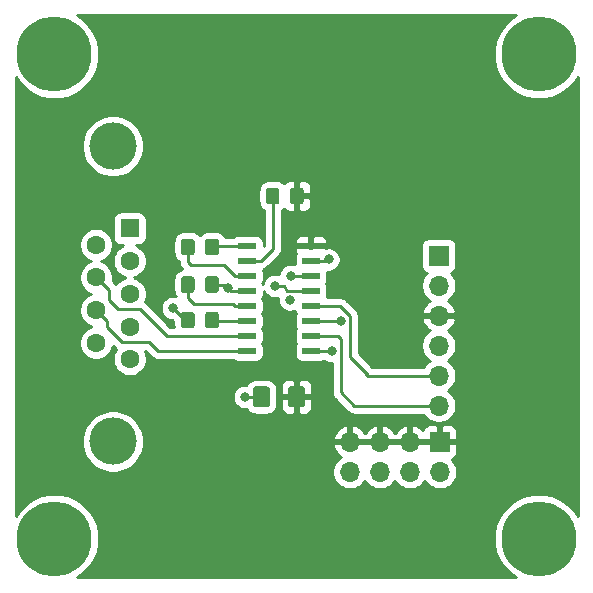
<source format=gbr>
G04 #@! TF.GenerationSoftware,KiCad,Pcbnew,(5.1.5)-3*
G04 #@! TF.CreationDate,2020-04-19T11:52:18-04:00*
G04 #@! TF.ProjectId,RS232_TTL_Male,52533233-325f-4545-944c-5f4d616c652e,1*
G04 #@! TF.SameCoordinates,Original*
G04 #@! TF.FileFunction,Copper,L1,Top*
G04 #@! TF.FilePolarity,Positive*
%FSLAX46Y46*%
G04 Gerber Fmt 4.6, Leading zero omitted, Abs format (unit mm)*
G04 Created by KiCad (PCBNEW (5.1.5)-3) date 2020-04-19 11:52:18*
%MOMM*%
%LPD*%
G04 APERTURE LIST*
%ADD10C,0.100000*%
%ADD11R,1.600000X1.600000*%
%ADD12C,1.600000*%
%ADD13C,4.000000*%
%ADD14R,1.500000X0.600000*%
%ADD15R,1.700000X1.700000*%
%ADD16O,1.700000X1.700000*%
%ADD17C,6.350000*%
%ADD18C,0.800000*%
%ADD19C,0.250000*%
%ADD20C,0.254000*%
G04 APERTURE END LIST*
G04 #@! TA.AperFunction,SMDPad,CuDef*
D10*
G36*
X163680505Y-82613204D02*
G01*
X163704773Y-82616804D01*
X163728572Y-82622765D01*
X163751671Y-82631030D01*
X163773850Y-82641520D01*
X163794893Y-82654132D01*
X163814599Y-82668747D01*
X163832777Y-82685223D01*
X163849253Y-82703401D01*
X163863868Y-82723107D01*
X163876480Y-82744150D01*
X163886970Y-82766329D01*
X163895235Y-82789428D01*
X163901196Y-82813227D01*
X163904796Y-82837495D01*
X163906000Y-82861999D01*
X163906000Y-83762001D01*
X163904796Y-83786505D01*
X163901196Y-83810773D01*
X163895235Y-83834572D01*
X163886970Y-83857671D01*
X163876480Y-83879850D01*
X163863868Y-83900893D01*
X163849253Y-83920599D01*
X163832777Y-83938777D01*
X163814599Y-83955253D01*
X163794893Y-83969868D01*
X163773850Y-83982480D01*
X163751671Y-83992970D01*
X163728572Y-84001235D01*
X163704773Y-84007196D01*
X163680505Y-84010796D01*
X163656001Y-84012000D01*
X163005999Y-84012000D01*
X162981495Y-84010796D01*
X162957227Y-84007196D01*
X162933428Y-84001235D01*
X162910329Y-83992970D01*
X162888150Y-83982480D01*
X162867107Y-83969868D01*
X162847401Y-83955253D01*
X162829223Y-83938777D01*
X162812747Y-83920599D01*
X162798132Y-83900893D01*
X162785520Y-83879850D01*
X162775030Y-83857671D01*
X162766765Y-83834572D01*
X162760804Y-83810773D01*
X162757204Y-83786505D01*
X162756000Y-83762001D01*
X162756000Y-82861999D01*
X162757204Y-82837495D01*
X162760804Y-82813227D01*
X162766765Y-82789428D01*
X162775030Y-82766329D01*
X162785520Y-82744150D01*
X162798132Y-82723107D01*
X162812747Y-82703401D01*
X162829223Y-82685223D01*
X162847401Y-82668747D01*
X162867107Y-82654132D01*
X162888150Y-82641520D01*
X162910329Y-82631030D01*
X162933428Y-82622765D01*
X162957227Y-82616804D01*
X162981495Y-82613204D01*
X163005999Y-82612000D01*
X163656001Y-82612000D01*
X163680505Y-82613204D01*
G37*
G04 #@! TD.AperFunction*
G04 #@! TA.AperFunction,SMDPad,CuDef*
G36*
X161630505Y-82613204D02*
G01*
X161654773Y-82616804D01*
X161678572Y-82622765D01*
X161701671Y-82631030D01*
X161723850Y-82641520D01*
X161744893Y-82654132D01*
X161764599Y-82668747D01*
X161782777Y-82685223D01*
X161799253Y-82703401D01*
X161813868Y-82723107D01*
X161826480Y-82744150D01*
X161836970Y-82766329D01*
X161845235Y-82789428D01*
X161851196Y-82813227D01*
X161854796Y-82837495D01*
X161856000Y-82861999D01*
X161856000Y-83762001D01*
X161854796Y-83786505D01*
X161851196Y-83810773D01*
X161845235Y-83834572D01*
X161836970Y-83857671D01*
X161826480Y-83879850D01*
X161813868Y-83900893D01*
X161799253Y-83920599D01*
X161782777Y-83938777D01*
X161764599Y-83955253D01*
X161744893Y-83969868D01*
X161723850Y-83982480D01*
X161701671Y-83992970D01*
X161678572Y-84001235D01*
X161654773Y-84007196D01*
X161630505Y-84010796D01*
X161606001Y-84012000D01*
X160955999Y-84012000D01*
X160931495Y-84010796D01*
X160907227Y-84007196D01*
X160883428Y-84001235D01*
X160860329Y-83992970D01*
X160838150Y-83982480D01*
X160817107Y-83969868D01*
X160797401Y-83955253D01*
X160779223Y-83938777D01*
X160762747Y-83920599D01*
X160748132Y-83900893D01*
X160735520Y-83879850D01*
X160725030Y-83857671D01*
X160716765Y-83834572D01*
X160710804Y-83810773D01*
X160707204Y-83786505D01*
X160706000Y-83762001D01*
X160706000Y-82861999D01*
X160707204Y-82837495D01*
X160710804Y-82813227D01*
X160716765Y-82789428D01*
X160725030Y-82766329D01*
X160735520Y-82744150D01*
X160748132Y-82723107D01*
X160762747Y-82703401D01*
X160779223Y-82685223D01*
X160797401Y-82668747D01*
X160817107Y-82654132D01*
X160838150Y-82641520D01*
X160860329Y-82631030D01*
X160883428Y-82622765D01*
X160907227Y-82616804D01*
X160931495Y-82613204D01*
X160955999Y-82612000D01*
X161606001Y-82612000D01*
X161630505Y-82613204D01*
G37*
G04 #@! TD.AperFunction*
G04 #@! TA.AperFunction,SMDPad,CuDef*
G36*
X161630505Y-85801204D02*
G01*
X161654773Y-85804804D01*
X161678572Y-85810765D01*
X161701671Y-85819030D01*
X161723850Y-85829520D01*
X161744893Y-85842132D01*
X161764599Y-85856747D01*
X161782777Y-85873223D01*
X161799253Y-85891401D01*
X161813868Y-85911107D01*
X161826480Y-85932150D01*
X161836970Y-85954329D01*
X161845235Y-85977428D01*
X161851196Y-86001227D01*
X161854796Y-86025495D01*
X161856000Y-86049999D01*
X161856000Y-86950001D01*
X161854796Y-86974505D01*
X161851196Y-86998773D01*
X161845235Y-87022572D01*
X161836970Y-87045671D01*
X161826480Y-87067850D01*
X161813868Y-87088893D01*
X161799253Y-87108599D01*
X161782777Y-87126777D01*
X161764599Y-87143253D01*
X161744893Y-87157868D01*
X161723850Y-87170480D01*
X161701671Y-87180970D01*
X161678572Y-87189235D01*
X161654773Y-87195196D01*
X161630505Y-87198796D01*
X161606001Y-87200000D01*
X160955999Y-87200000D01*
X160931495Y-87198796D01*
X160907227Y-87195196D01*
X160883428Y-87189235D01*
X160860329Y-87180970D01*
X160838150Y-87170480D01*
X160817107Y-87157868D01*
X160797401Y-87143253D01*
X160779223Y-87126777D01*
X160762747Y-87108599D01*
X160748132Y-87088893D01*
X160735520Y-87067850D01*
X160725030Y-87045671D01*
X160716765Y-87022572D01*
X160710804Y-86998773D01*
X160707204Y-86974505D01*
X160706000Y-86950001D01*
X160706000Y-86049999D01*
X160707204Y-86025495D01*
X160710804Y-86001227D01*
X160716765Y-85977428D01*
X160725030Y-85954329D01*
X160735520Y-85932150D01*
X160748132Y-85911107D01*
X160762747Y-85891401D01*
X160779223Y-85873223D01*
X160797401Y-85856747D01*
X160817107Y-85842132D01*
X160838150Y-85829520D01*
X160860329Y-85819030D01*
X160883428Y-85810765D01*
X160907227Y-85804804D01*
X160931495Y-85801204D01*
X160955999Y-85800000D01*
X161606001Y-85800000D01*
X161630505Y-85801204D01*
G37*
G04 #@! TD.AperFunction*
G04 #@! TA.AperFunction,SMDPad,CuDef*
G36*
X163680505Y-85801204D02*
G01*
X163704773Y-85804804D01*
X163728572Y-85810765D01*
X163751671Y-85819030D01*
X163773850Y-85829520D01*
X163794893Y-85842132D01*
X163814599Y-85856747D01*
X163832777Y-85873223D01*
X163849253Y-85891401D01*
X163863868Y-85911107D01*
X163876480Y-85932150D01*
X163886970Y-85954329D01*
X163895235Y-85977428D01*
X163901196Y-86001227D01*
X163904796Y-86025495D01*
X163906000Y-86049999D01*
X163906000Y-86950001D01*
X163904796Y-86974505D01*
X163901196Y-86998773D01*
X163895235Y-87022572D01*
X163886970Y-87045671D01*
X163876480Y-87067850D01*
X163863868Y-87088893D01*
X163849253Y-87108599D01*
X163832777Y-87126777D01*
X163814599Y-87143253D01*
X163794893Y-87157868D01*
X163773850Y-87170480D01*
X163751671Y-87180970D01*
X163728572Y-87189235D01*
X163704773Y-87195196D01*
X163680505Y-87198796D01*
X163656001Y-87200000D01*
X163005999Y-87200000D01*
X162981495Y-87198796D01*
X162957227Y-87195196D01*
X162933428Y-87189235D01*
X162910329Y-87180970D01*
X162888150Y-87170480D01*
X162867107Y-87157868D01*
X162847401Y-87143253D01*
X162829223Y-87126777D01*
X162812747Y-87108599D01*
X162798132Y-87088893D01*
X162785520Y-87067850D01*
X162775030Y-87045671D01*
X162766765Y-87022572D01*
X162760804Y-86998773D01*
X162757204Y-86974505D01*
X162756000Y-86950001D01*
X162756000Y-86049999D01*
X162757204Y-86025495D01*
X162760804Y-86001227D01*
X162766765Y-85977428D01*
X162775030Y-85954329D01*
X162785520Y-85932150D01*
X162798132Y-85911107D01*
X162812747Y-85891401D01*
X162829223Y-85873223D01*
X162847401Y-85856747D01*
X162867107Y-85842132D01*
X162888150Y-85829520D01*
X162910329Y-85819030D01*
X162933428Y-85810765D01*
X162957227Y-85804804D01*
X162981495Y-85801204D01*
X163005999Y-85800000D01*
X163656001Y-85800000D01*
X163680505Y-85801204D01*
G37*
G04 #@! TD.AperFunction*
G04 #@! TA.AperFunction,SMDPad,CuDef*
G36*
X170874505Y-78301204D02*
G01*
X170898773Y-78304804D01*
X170922572Y-78310765D01*
X170945671Y-78319030D01*
X170967850Y-78329520D01*
X170988893Y-78342132D01*
X171008599Y-78356747D01*
X171026777Y-78373223D01*
X171043253Y-78391401D01*
X171057868Y-78411107D01*
X171070480Y-78432150D01*
X171080970Y-78454329D01*
X171089235Y-78477428D01*
X171095196Y-78501227D01*
X171098796Y-78525495D01*
X171100000Y-78549999D01*
X171100000Y-79450001D01*
X171098796Y-79474505D01*
X171095196Y-79498773D01*
X171089235Y-79522572D01*
X171080970Y-79545671D01*
X171070480Y-79567850D01*
X171057868Y-79588893D01*
X171043253Y-79608599D01*
X171026777Y-79626777D01*
X171008599Y-79643253D01*
X170988893Y-79657868D01*
X170967850Y-79670480D01*
X170945671Y-79680970D01*
X170922572Y-79689235D01*
X170898773Y-79695196D01*
X170874505Y-79698796D01*
X170850001Y-79700000D01*
X170199999Y-79700000D01*
X170175495Y-79698796D01*
X170151227Y-79695196D01*
X170127428Y-79689235D01*
X170104329Y-79680970D01*
X170082150Y-79670480D01*
X170061107Y-79657868D01*
X170041401Y-79643253D01*
X170023223Y-79626777D01*
X170006747Y-79608599D01*
X169992132Y-79588893D01*
X169979520Y-79567850D01*
X169969030Y-79545671D01*
X169960765Y-79522572D01*
X169954804Y-79498773D01*
X169951204Y-79474505D01*
X169950000Y-79450001D01*
X169950000Y-78549999D01*
X169951204Y-78525495D01*
X169954804Y-78501227D01*
X169960765Y-78477428D01*
X169969030Y-78454329D01*
X169979520Y-78432150D01*
X169992132Y-78411107D01*
X170006747Y-78391401D01*
X170023223Y-78373223D01*
X170041401Y-78356747D01*
X170061107Y-78342132D01*
X170082150Y-78329520D01*
X170104329Y-78319030D01*
X170127428Y-78310765D01*
X170151227Y-78304804D01*
X170175495Y-78301204D01*
X170199999Y-78300000D01*
X170850001Y-78300000D01*
X170874505Y-78301204D01*
G37*
G04 #@! TD.AperFunction*
G04 #@! TA.AperFunction,SMDPad,CuDef*
G36*
X168824505Y-78301204D02*
G01*
X168848773Y-78304804D01*
X168872572Y-78310765D01*
X168895671Y-78319030D01*
X168917850Y-78329520D01*
X168938893Y-78342132D01*
X168958599Y-78356747D01*
X168976777Y-78373223D01*
X168993253Y-78391401D01*
X169007868Y-78411107D01*
X169020480Y-78432150D01*
X169030970Y-78454329D01*
X169039235Y-78477428D01*
X169045196Y-78501227D01*
X169048796Y-78525495D01*
X169050000Y-78549999D01*
X169050000Y-79450001D01*
X169048796Y-79474505D01*
X169045196Y-79498773D01*
X169039235Y-79522572D01*
X169030970Y-79545671D01*
X169020480Y-79567850D01*
X169007868Y-79588893D01*
X168993253Y-79608599D01*
X168976777Y-79626777D01*
X168958599Y-79643253D01*
X168938893Y-79657868D01*
X168917850Y-79670480D01*
X168895671Y-79680970D01*
X168872572Y-79689235D01*
X168848773Y-79695196D01*
X168824505Y-79698796D01*
X168800001Y-79700000D01*
X168149999Y-79700000D01*
X168125495Y-79698796D01*
X168101227Y-79695196D01*
X168077428Y-79689235D01*
X168054329Y-79680970D01*
X168032150Y-79670480D01*
X168011107Y-79657868D01*
X167991401Y-79643253D01*
X167973223Y-79626777D01*
X167956747Y-79608599D01*
X167942132Y-79588893D01*
X167929520Y-79567850D01*
X167919030Y-79545671D01*
X167910765Y-79522572D01*
X167904804Y-79498773D01*
X167901204Y-79474505D01*
X167900000Y-79450001D01*
X167900000Y-78549999D01*
X167901204Y-78525495D01*
X167904804Y-78501227D01*
X167910765Y-78477428D01*
X167919030Y-78454329D01*
X167929520Y-78432150D01*
X167942132Y-78411107D01*
X167956747Y-78391401D01*
X167973223Y-78373223D01*
X167991401Y-78356747D01*
X168011107Y-78342132D01*
X168032150Y-78329520D01*
X168054329Y-78319030D01*
X168077428Y-78310765D01*
X168101227Y-78304804D01*
X168125495Y-78301204D01*
X168149999Y-78300000D01*
X168800001Y-78300000D01*
X168824505Y-78301204D01*
G37*
G04 #@! TD.AperFunction*
G04 #@! TA.AperFunction,SMDPad,CuDef*
G36*
X163680505Y-88801204D02*
G01*
X163704773Y-88804804D01*
X163728572Y-88810765D01*
X163751671Y-88819030D01*
X163773850Y-88829520D01*
X163794893Y-88842132D01*
X163814599Y-88856747D01*
X163832777Y-88873223D01*
X163849253Y-88891401D01*
X163863868Y-88911107D01*
X163876480Y-88932150D01*
X163886970Y-88954329D01*
X163895235Y-88977428D01*
X163901196Y-89001227D01*
X163904796Y-89025495D01*
X163906000Y-89049999D01*
X163906000Y-89950001D01*
X163904796Y-89974505D01*
X163901196Y-89998773D01*
X163895235Y-90022572D01*
X163886970Y-90045671D01*
X163876480Y-90067850D01*
X163863868Y-90088893D01*
X163849253Y-90108599D01*
X163832777Y-90126777D01*
X163814599Y-90143253D01*
X163794893Y-90157868D01*
X163773850Y-90170480D01*
X163751671Y-90180970D01*
X163728572Y-90189235D01*
X163704773Y-90195196D01*
X163680505Y-90198796D01*
X163656001Y-90200000D01*
X163005999Y-90200000D01*
X162981495Y-90198796D01*
X162957227Y-90195196D01*
X162933428Y-90189235D01*
X162910329Y-90180970D01*
X162888150Y-90170480D01*
X162867107Y-90157868D01*
X162847401Y-90143253D01*
X162829223Y-90126777D01*
X162812747Y-90108599D01*
X162798132Y-90088893D01*
X162785520Y-90067850D01*
X162775030Y-90045671D01*
X162766765Y-90022572D01*
X162760804Y-89998773D01*
X162757204Y-89974505D01*
X162756000Y-89950001D01*
X162756000Y-89049999D01*
X162757204Y-89025495D01*
X162760804Y-89001227D01*
X162766765Y-88977428D01*
X162775030Y-88954329D01*
X162785520Y-88932150D01*
X162798132Y-88911107D01*
X162812747Y-88891401D01*
X162829223Y-88873223D01*
X162847401Y-88856747D01*
X162867107Y-88842132D01*
X162888150Y-88829520D01*
X162910329Y-88819030D01*
X162933428Y-88810765D01*
X162957227Y-88804804D01*
X162981495Y-88801204D01*
X163005999Y-88800000D01*
X163656001Y-88800000D01*
X163680505Y-88801204D01*
G37*
G04 #@! TD.AperFunction*
G04 #@! TA.AperFunction,SMDPad,CuDef*
G36*
X161630505Y-88801204D02*
G01*
X161654773Y-88804804D01*
X161678572Y-88810765D01*
X161701671Y-88819030D01*
X161723850Y-88829520D01*
X161744893Y-88842132D01*
X161764599Y-88856747D01*
X161782777Y-88873223D01*
X161799253Y-88891401D01*
X161813868Y-88911107D01*
X161826480Y-88932150D01*
X161836970Y-88954329D01*
X161845235Y-88977428D01*
X161851196Y-89001227D01*
X161854796Y-89025495D01*
X161856000Y-89049999D01*
X161856000Y-89950001D01*
X161854796Y-89974505D01*
X161851196Y-89998773D01*
X161845235Y-90022572D01*
X161836970Y-90045671D01*
X161826480Y-90067850D01*
X161813868Y-90088893D01*
X161799253Y-90108599D01*
X161782777Y-90126777D01*
X161764599Y-90143253D01*
X161744893Y-90157868D01*
X161723850Y-90170480D01*
X161701671Y-90180970D01*
X161678572Y-90189235D01*
X161654773Y-90195196D01*
X161630505Y-90198796D01*
X161606001Y-90200000D01*
X160955999Y-90200000D01*
X160931495Y-90198796D01*
X160907227Y-90195196D01*
X160883428Y-90189235D01*
X160860329Y-90180970D01*
X160838150Y-90170480D01*
X160817107Y-90157868D01*
X160797401Y-90143253D01*
X160779223Y-90126777D01*
X160762747Y-90108599D01*
X160748132Y-90088893D01*
X160735520Y-90067850D01*
X160725030Y-90045671D01*
X160716765Y-90022572D01*
X160710804Y-89998773D01*
X160707204Y-89974505D01*
X160706000Y-89950001D01*
X160706000Y-89049999D01*
X160707204Y-89025495D01*
X160710804Y-89001227D01*
X160716765Y-88977428D01*
X160725030Y-88954329D01*
X160735520Y-88932150D01*
X160748132Y-88911107D01*
X160762747Y-88891401D01*
X160779223Y-88873223D01*
X160797401Y-88856747D01*
X160817107Y-88842132D01*
X160838150Y-88829520D01*
X160860329Y-88819030D01*
X160883428Y-88810765D01*
X160907227Y-88804804D01*
X160931495Y-88801204D01*
X160955999Y-88800000D01*
X161606001Y-88800000D01*
X161630505Y-88801204D01*
G37*
G04 #@! TD.AperFunction*
D11*
X156363200Y-81744700D03*
D12*
X156363200Y-84514700D03*
X156363200Y-87284700D03*
X156363200Y-90054700D03*
X156363200Y-92824700D03*
X153523200Y-83129700D03*
X153523200Y-85899700D03*
X153523200Y-88669700D03*
X153523200Y-91439700D03*
D13*
X154943200Y-74784700D03*
X154943200Y-99784700D03*
D14*
X166312400Y-83230600D03*
X166312400Y-84500600D03*
X166312400Y-85770600D03*
X166312400Y-87040600D03*
X166312400Y-88310600D03*
X166312400Y-89580600D03*
X166312400Y-90850600D03*
X166312400Y-92120600D03*
X171712400Y-92120600D03*
X171712400Y-90850600D03*
X171712400Y-89580600D03*
X171712400Y-88310600D03*
X171712400Y-87040600D03*
X171712400Y-85770600D03*
X171712400Y-84500600D03*
X171712400Y-83230600D03*
D15*
X182525200Y-84043400D03*
D16*
X182525200Y-86583400D03*
X182525200Y-89123400D03*
X182525200Y-91663400D03*
X182525200Y-94203400D03*
X182525200Y-96743400D03*
D17*
X150000000Y-67000000D03*
X191000000Y-67000000D03*
X150000000Y-108000000D03*
X191000000Y-108000000D03*
G04 #@! TA.AperFunction,SMDPad,CuDef*
D10*
G36*
X170974504Y-95126204D02*
G01*
X170998773Y-95129804D01*
X171022571Y-95135765D01*
X171045671Y-95144030D01*
X171067849Y-95154520D01*
X171088893Y-95167133D01*
X171108598Y-95181747D01*
X171126777Y-95198223D01*
X171143253Y-95216402D01*
X171157867Y-95236107D01*
X171170480Y-95257151D01*
X171180970Y-95279329D01*
X171189235Y-95302429D01*
X171195196Y-95326227D01*
X171198796Y-95350496D01*
X171200000Y-95375000D01*
X171200000Y-96625000D01*
X171198796Y-96649504D01*
X171195196Y-96673773D01*
X171189235Y-96697571D01*
X171180970Y-96720671D01*
X171170480Y-96742849D01*
X171157867Y-96763893D01*
X171143253Y-96783598D01*
X171126777Y-96801777D01*
X171108598Y-96818253D01*
X171088893Y-96832867D01*
X171067849Y-96845480D01*
X171045671Y-96855970D01*
X171022571Y-96864235D01*
X170998773Y-96870196D01*
X170974504Y-96873796D01*
X170950000Y-96875000D01*
X170025000Y-96875000D01*
X170000496Y-96873796D01*
X169976227Y-96870196D01*
X169952429Y-96864235D01*
X169929329Y-96855970D01*
X169907151Y-96845480D01*
X169886107Y-96832867D01*
X169866402Y-96818253D01*
X169848223Y-96801777D01*
X169831747Y-96783598D01*
X169817133Y-96763893D01*
X169804520Y-96742849D01*
X169794030Y-96720671D01*
X169785765Y-96697571D01*
X169779804Y-96673773D01*
X169776204Y-96649504D01*
X169775000Y-96625000D01*
X169775000Y-95375000D01*
X169776204Y-95350496D01*
X169779804Y-95326227D01*
X169785765Y-95302429D01*
X169794030Y-95279329D01*
X169804520Y-95257151D01*
X169817133Y-95236107D01*
X169831747Y-95216402D01*
X169848223Y-95198223D01*
X169866402Y-95181747D01*
X169886107Y-95167133D01*
X169907151Y-95154520D01*
X169929329Y-95144030D01*
X169952429Y-95135765D01*
X169976227Y-95129804D01*
X170000496Y-95126204D01*
X170025000Y-95125000D01*
X170950000Y-95125000D01*
X170974504Y-95126204D01*
G37*
G04 #@! TD.AperFunction*
G04 #@! TA.AperFunction,SMDPad,CuDef*
G36*
X167999504Y-95126204D02*
G01*
X168023773Y-95129804D01*
X168047571Y-95135765D01*
X168070671Y-95144030D01*
X168092849Y-95154520D01*
X168113893Y-95167133D01*
X168133598Y-95181747D01*
X168151777Y-95198223D01*
X168168253Y-95216402D01*
X168182867Y-95236107D01*
X168195480Y-95257151D01*
X168205970Y-95279329D01*
X168214235Y-95302429D01*
X168220196Y-95326227D01*
X168223796Y-95350496D01*
X168225000Y-95375000D01*
X168225000Y-96625000D01*
X168223796Y-96649504D01*
X168220196Y-96673773D01*
X168214235Y-96697571D01*
X168205970Y-96720671D01*
X168195480Y-96742849D01*
X168182867Y-96763893D01*
X168168253Y-96783598D01*
X168151777Y-96801777D01*
X168133598Y-96818253D01*
X168113893Y-96832867D01*
X168092849Y-96845480D01*
X168070671Y-96855970D01*
X168047571Y-96864235D01*
X168023773Y-96870196D01*
X167999504Y-96873796D01*
X167975000Y-96875000D01*
X167050000Y-96875000D01*
X167025496Y-96873796D01*
X167001227Y-96870196D01*
X166977429Y-96864235D01*
X166954329Y-96855970D01*
X166932151Y-96845480D01*
X166911107Y-96832867D01*
X166891402Y-96818253D01*
X166873223Y-96801777D01*
X166856747Y-96783598D01*
X166842133Y-96763893D01*
X166829520Y-96742849D01*
X166819030Y-96720671D01*
X166810765Y-96697571D01*
X166804804Y-96673773D01*
X166801204Y-96649504D01*
X166800000Y-96625000D01*
X166800000Y-95375000D01*
X166801204Y-95350496D01*
X166804804Y-95326227D01*
X166810765Y-95302429D01*
X166819030Y-95279329D01*
X166829520Y-95257151D01*
X166842133Y-95236107D01*
X166856747Y-95216402D01*
X166873223Y-95198223D01*
X166891402Y-95181747D01*
X166911107Y-95167133D01*
X166932151Y-95154520D01*
X166954329Y-95144030D01*
X166977429Y-95135765D01*
X167001227Y-95129804D01*
X167025496Y-95126204D01*
X167050000Y-95125000D01*
X167975000Y-95125000D01*
X167999504Y-95126204D01*
G37*
G04 #@! TD.AperFunction*
D15*
X182626000Y-99822000D03*
D16*
X182626000Y-102362000D03*
X180086000Y-99822000D03*
X180086000Y-102362000D03*
X177546000Y-99822000D03*
X177546000Y-102362000D03*
X175006000Y-99822000D03*
X175006000Y-102362000D03*
D18*
X164694400Y-86786600D03*
X173203400Y-84373600D03*
X160020000Y-88490600D03*
X166116000Y-96012000D03*
X173457400Y-92120600D03*
X174244800Y-89580600D03*
X168656000Y-86614000D03*
X169922355Y-87765600D03*
X170028400Y-85770600D03*
D19*
X163412400Y-83230600D02*
X163331000Y-83312000D01*
X166312400Y-83230600D02*
X163412400Y-83230600D01*
X161281000Y-84573000D02*
X161281000Y-83312000D01*
X161544000Y-84836000D02*
X161281000Y-84573000D01*
X166312400Y-85770600D02*
X165312400Y-85770600D01*
X164377800Y-84836000D02*
X161544000Y-84836000D01*
X165312400Y-85770600D02*
X164377800Y-84836000D01*
X165312400Y-88310600D02*
X165139800Y-88138000D01*
X166312400Y-88310600D02*
X165312400Y-88310600D01*
X165139800Y-88138000D02*
X161798000Y-88138000D01*
X161281000Y-87621000D02*
X161281000Y-86500000D01*
X161798000Y-88138000D02*
X161281000Y-87621000D01*
X166312400Y-87040600D02*
X164948400Y-87040600D01*
X164948400Y-87040600D02*
X164694400Y-86786600D01*
X164407800Y-86500000D02*
X164694400Y-86786600D01*
X163331000Y-86500000D02*
X164407800Y-86500000D01*
X173076400Y-84500600D02*
X173203400Y-84373600D01*
X171712400Y-84500600D02*
X173076400Y-84500600D01*
X161281000Y-89500000D02*
X161029400Y-89500000D01*
X161029400Y-89500000D02*
X160020000Y-88490600D01*
X167512500Y-96000000D02*
X166128000Y-96000000D01*
X166128000Y-96000000D02*
X166116000Y-96012000D01*
X166312400Y-84500600D02*
X167467400Y-84500600D01*
X168475000Y-83493000D02*
X168475000Y-79000000D01*
X167467400Y-84500600D02*
X168475000Y-83493000D01*
X163411600Y-89580600D02*
X163331000Y-89500000D01*
X166312400Y-89580600D02*
X163411600Y-89580600D01*
X171712400Y-92120600D02*
X173457400Y-92120600D01*
X171712400Y-89580600D02*
X174244800Y-89580600D01*
X174981400Y-89148800D02*
X174981400Y-92654000D01*
X171712400Y-88310600D02*
X174143200Y-88310600D01*
X174143200Y-88310600D02*
X174981400Y-89148800D01*
X176530800Y-94203400D02*
X174981400Y-92654000D01*
X182525200Y-94203400D02*
X176530800Y-94203400D01*
X174981400Y-92654000D02*
X176505400Y-94152600D01*
X174244800Y-95634081D02*
X174244800Y-91130000D01*
X173965400Y-90850600D02*
X174244800Y-91130000D01*
X171712400Y-90850600D02*
X173965400Y-90850600D01*
X175354119Y-96743400D02*
X174244800Y-95634081D01*
X182525200Y-96743400D02*
X175354119Y-96743400D01*
X171712400Y-87040600D02*
X169696400Y-87040600D01*
X168656000Y-86614000D02*
X169418000Y-86614000D01*
X169696400Y-87040600D02*
X169418000Y-86614000D01*
X171712400Y-85770600D02*
X170028400Y-85770600D01*
X155347200Y-88602700D02*
X157252200Y-88602700D01*
X154585200Y-87840700D02*
X155347200Y-88602700D01*
X154585200Y-86961700D02*
X154585200Y-87840700D01*
X153523200Y-85899700D02*
X154585200Y-86961700D01*
X159500100Y-90850600D02*
X157252200Y-88602700D01*
X166312400Y-90850600D02*
X159500100Y-90850600D01*
X154458200Y-89604700D02*
X153523200Y-88669700D01*
X158738100Y-92120600D02*
X158014200Y-91396700D01*
X154458200Y-90126700D02*
X154458200Y-89604700D01*
X166312400Y-92120600D02*
X158738100Y-92120600D01*
X158014200Y-91396700D02*
X155728200Y-91396700D01*
X155728200Y-91396700D02*
X154458200Y-90126700D01*
X176505400Y-89072600D02*
X174498800Y-87066000D01*
X174498800Y-87066000D02*
X174498800Y-83484600D01*
X174244800Y-83230600D02*
X171712400Y-83230600D01*
X174498800Y-83484600D02*
X174244800Y-83230600D01*
X176556200Y-89123400D02*
X174498800Y-87066000D01*
X182525200Y-89123400D02*
X176556200Y-89123400D01*
D20*
G36*
X188571267Y-64040580D02*
G01*
X188040580Y-64571267D01*
X187623622Y-65195288D01*
X187336416Y-65888664D01*
X187190000Y-66624748D01*
X187190000Y-67375252D01*
X187336416Y-68111336D01*
X187623622Y-68804712D01*
X188040580Y-69428733D01*
X188571267Y-69959420D01*
X189195288Y-70376378D01*
X189888664Y-70663584D01*
X190624748Y-70810000D01*
X191375252Y-70810000D01*
X192111336Y-70663584D01*
X192804712Y-70376378D01*
X193428733Y-69959420D01*
X193959420Y-69428733D01*
X194290000Y-68933986D01*
X194290001Y-106066016D01*
X193959420Y-105571267D01*
X193428733Y-105040580D01*
X192804712Y-104623622D01*
X192111336Y-104336416D01*
X191375252Y-104190000D01*
X190624748Y-104190000D01*
X189888664Y-104336416D01*
X189195288Y-104623622D01*
X188571267Y-105040580D01*
X188040580Y-105571267D01*
X187623622Y-106195288D01*
X187336416Y-106888664D01*
X187190000Y-107624748D01*
X187190000Y-108375252D01*
X187336416Y-109111336D01*
X187623622Y-109804712D01*
X188040580Y-110428733D01*
X188571267Y-110959420D01*
X189066014Y-111290000D01*
X151933986Y-111290000D01*
X152428733Y-110959420D01*
X152959420Y-110428733D01*
X153376378Y-109804712D01*
X153663584Y-109111336D01*
X153810000Y-108375252D01*
X153810000Y-107624748D01*
X153663584Y-106888664D01*
X153376378Y-106195288D01*
X152959420Y-105571267D01*
X152428733Y-105040580D01*
X151804712Y-104623622D01*
X151111336Y-104336416D01*
X150375252Y-104190000D01*
X149624748Y-104190000D01*
X148888664Y-104336416D01*
X148195288Y-104623622D01*
X147571267Y-105040580D01*
X147040580Y-105571267D01*
X146710000Y-106066014D01*
X146710000Y-99525175D01*
X152308200Y-99525175D01*
X152308200Y-100044225D01*
X152409461Y-100553301D01*
X152608093Y-101032841D01*
X152896462Y-101464415D01*
X153263485Y-101831438D01*
X153695059Y-102119807D01*
X154174599Y-102318439D01*
X154683675Y-102419700D01*
X155202725Y-102419700D01*
X155711801Y-102318439D01*
X155959738Y-102215740D01*
X173521000Y-102215740D01*
X173521000Y-102508260D01*
X173578068Y-102795158D01*
X173690010Y-103065411D01*
X173852525Y-103308632D01*
X174059368Y-103515475D01*
X174302589Y-103677990D01*
X174572842Y-103789932D01*
X174859740Y-103847000D01*
X175152260Y-103847000D01*
X175439158Y-103789932D01*
X175709411Y-103677990D01*
X175952632Y-103515475D01*
X176159475Y-103308632D01*
X176276000Y-103134240D01*
X176392525Y-103308632D01*
X176599368Y-103515475D01*
X176842589Y-103677990D01*
X177112842Y-103789932D01*
X177399740Y-103847000D01*
X177692260Y-103847000D01*
X177979158Y-103789932D01*
X178249411Y-103677990D01*
X178492632Y-103515475D01*
X178699475Y-103308632D01*
X178816000Y-103134240D01*
X178932525Y-103308632D01*
X179139368Y-103515475D01*
X179382589Y-103677990D01*
X179652842Y-103789932D01*
X179939740Y-103847000D01*
X180232260Y-103847000D01*
X180519158Y-103789932D01*
X180789411Y-103677990D01*
X181032632Y-103515475D01*
X181239475Y-103308632D01*
X181356000Y-103134240D01*
X181472525Y-103308632D01*
X181679368Y-103515475D01*
X181922589Y-103677990D01*
X182192842Y-103789932D01*
X182479740Y-103847000D01*
X182772260Y-103847000D01*
X183059158Y-103789932D01*
X183329411Y-103677990D01*
X183572632Y-103515475D01*
X183779475Y-103308632D01*
X183941990Y-103065411D01*
X184053932Y-102795158D01*
X184111000Y-102508260D01*
X184111000Y-102215740D01*
X184053932Y-101928842D01*
X183941990Y-101658589D01*
X183779475Y-101415368D01*
X183647620Y-101283513D01*
X183720180Y-101261502D01*
X183830494Y-101202537D01*
X183927185Y-101123185D01*
X184006537Y-101026494D01*
X184065502Y-100916180D01*
X184101812Y-100796482D01*
X184114072Y-100672000D01*
X184111000Y-100107750D01*
X183952250Y-99949000D01*
X182753000Y-99949000D01*
X182753000Y-99969000D01*
X182499000Y-99969000D01*
X182499000Y-99949000D01*
X180213000Y-99949000D01*
X180213000Y-99969000D01*
X179959000Y-99969000D01*
X179959000Y-99949000D01*
X177673000Y-99949000D01*
X177673000Y-99969000D01*
X177419000Y-99969000D01*
X177419000Y-99949000D01*
X175133000Y-99949000D01*
X175133000Y-99969000D01*
X174879000Y-99969000D01*
X174879000Y-99949000D01*
X173685186Y-99949000D01*
X173564519Y-100178891D01*
X173661843Y-100453252D01*
X173810822Y-100703355D01*
X174005731Y-100919588D01*
X174235406Y-101090900D01*
X174059368Y-101208525D01*
X173852525Y-101415368D01*
X173690010Y-101658589D01*
X173578068Y-101928842D01*
X173521000Y-102215740D01*
X155959738Y-102215740D01*
X156191341Y-102119807D01*
X156622915Y-101831438D01*
X156989938Y-101464415D01*
X157278307Y-101032841D01*
X157476939Y-100553301D01*
X157578200Y-100044225D01*
X157578200Y-99525175D01*
X157566253Y-99465109D01*
X173564519Y-99465109D01*
X173685186Y-99695000D01*
X174879000Y-99695000D01*
X174879000Y-98501845D01*
X175133000Y-98501845D01*
X175133000Y-99695000D01*
X177419000Y-99695000D01*
X177419000Y-98501845D01*
X177673000Y-98501845D01*
X177673000Y-99695000D01*
X179959000Y-99695000D01*
X179959000Y-98501845D01*
X180213000Y-98501845D01*
X180213000Y-99695000D01*
X182499000Y-99695000D01*
X182499000Y-98495750D01*
X182753000Y-98495750D01*
X182753000Y-99695000D01*
X183952250Y-99695000D01*
X184111000Y-99536250D01*
X184114072Y-98972000D01*
X184101812Y-98847518D01*
X184065502Y-98727820D01*
X184006537Y-98617506D01*
X183927185Y-98520815D01*
X183830494Y-98441463D01*
X183720180Y-98382498D01*
X183600482Y-98346188D01*
X183476000Y-98333928D01*
X182911750Y-98337000D01*
X182753000Y-98495750D01*
X182499000Y-98495750D01*
X182340250Y-98337000D01*
X181776000Y-98333928D01*
X181651518Y-98346188D01*
X181531820Y-98382498D01*
X181421506Y-98441463D01*
X181324815Y-98520815D01*
X181245463Y-98617506D01*
X181186498Y-98727820D01*
X181162034Y-98808466D01*
X181086269Y-98724412D01*
X180852920Y-98550359D01*
X180590099Y-98425175D01*
X180442890Y-98380524D01*
X180213000Y-98501845D01*
X179959000Y-98501845D01*
X179729110Y-98380524D01*
X179581901Y-98425175D01*
X179319080Y-98550359D01*
X179085731Y-98724412D01*
X178890822Y-98940645D01*
X178816000Y-99066255D01*
X178741178Y-98940645D01*
X178546269Y-98724412D01*
X178312920Y-98550359D01*
X178050099Y-98425175D01*
X177902890Y-98380524D01*
X177673000Y-98501845D01*
X177419000Y-98501845D01*
X177189110Y-98380524D01*
X177041901Y-98425175D01*
X176779080Y-98550359D01*
X176545731Y-98724412D01*
X176350822Y-98940645D01*
X176276000Y-99066255D01*
X176201178Y-98940645D01*
X176006269Y-98724412D01*
X175772920Y-98550359D01*
X175510099Y-98425175D01*
X175362890Y-98380524D01*
X175133000Y-98501845D01*
X174879000Y-98501845D01*
X174649110Y-98380524D01*
X174501901Y-98425175D01*
X174239080Y-98550359D01*
X174005731Y-98724412D01*
X173810822Y-98940645D01*
X173661843Y-99190748D01*
X173564519Y-99465109D01*
X157566253Y-99465109D01*
X157476939Y-99016099D01*
X157278307Y-98536559D01*
X156989938Y-98104985D01*
X156622915Y-97737962D01*
X156191341Y-97449593D01*
X155711801Y-97250961D01*
X155202725Y-97149700D01*
X154683675Y-97149700D01*
X154174599Y-97250961D01*
X153695059Y-97449593D01*
X153263485Y-97737962D01*
X152896462Y-98104985D01*
X152608093Y-98536559D01*
X152409461Y-99016099D01*
X152308200Y-99525175D01*
X146710000Y-99525175D01*
X146710000Y-95910061D01*
X165081000Y-95910061D01*
X165081000Y-96113939D01*
X165120774Y-96313898D01*
X165198795Y-96502256D01*
X165312063Y-96671774D01*
X165456226Y-96815937D01*
X165625744Y-96929205D01*
X165814102Y-97007226D01*
X166014061Y-97047000D01*
X166217939Y-97047000D01*
X166268105Y-97037022D01*
X166311595Y-97118386D01*
X166422038Y-97252962D01*
X166556614Y-97363405D01*
X166710150Y-97445472D01*
X166876746Y-97496008D01*
X167050000Y-97513072D01*
X167975000Y-97513072D01*
X168148254Y-97496008D01*
X168314850Y-97445472D01*
X168468386Y-97363405D01*
X168602962Y-97252962D01*
X168713405Y-97118386D01*
X168795472Y-96964850D01*
X168822727Y-96875000D01*
X169136928Y-96875000D01*
X169149188Y-96999482D01*
X169185498Y-97119180D01*
X169244463Y-97229494D01*
X169323815Y-97326185D01*
X169420506Y-97405537D01*
X169530820Y-97464502D01*
X169650518Y-97500812D01*
X169775000Y-97513072D01*
X170201750Y-97510000D01*
X170360500Y-97351250D01*
X170360500Y-96127000D01*
X170614500Y-96127000D01*
X170614500Y-97351250D01*
X170773250Y-97510000D01*
X171200000Y-97513072D01*
X171324482Y-97500812D01*
X171444180Y-97464502D01*
X171554494Y-97405537D01*
X171651185Y-97326185D01*
X171730537Y-97229494D01*
X171789502Y-97119180D01*
X171825812Y-96999482D01*
X171838072Y-96875000D01*
X171835000Y-96285750D01*
X171676250Y-96127000D01*
X170614500Y-96127000D01*
X170360500Y-96127000D01*
X169298750Y-96127000D01*
X169140000Y-96285750D01*
X169136928Y-96875000D01*
X168822727Y-96875000D01*
X168846008Y-96798254D01*
X168863072Y-96625000D01*
X168863072Y-95375000D01*
X168846008Y-95201746D01*
X168822728Y-95125000D01*
X169136928Y-95125000D01*
X169140000Y-95714250D01*
X169298750Y-95873000D01*
X170360500Y-95873000D01*
X170360500Y-94648750D01*
X170614500Y-94648750D01*
X170614500Y-95873000D01*
X171676250Y-95873000D01*
X171835000Y-95714250D01*
X171838072Y-95125000D01*
X171825812Y-95000518D01*
X171789502Y-94880820D01*
X171730537Y-94770506D01*
X171651185Y-94673815D01*
X171554494Y-94594463D01*
X171444180Y-94535498D01*
X171324482Y-94499188D01*
X171200000Y-94486928D01*
X170773250Y-94490000D01*
X170614500Y-94648750D01*
X170360500Y-94648750D01*
X170201750Y-94490000D01*
X169775000Y-94486928D01*
X169650518Y-94499188D01*
X169530820Y-94535498D01*
X169420506Y-94594463D01*
X169323815Y-94673815D01*
X169244463Y-94770506D01*
X169185498Y-94880820D01*
X169149188Y-95000518D01*
X169136928Y-95125000D01*
X168822728Y-95125000D01*
X168795472Y-95035150D01*
X168713405Y-94881614D01*
X168602962Y-94747038D01*
X168468386Y-94636595D01*
X168314850Y-94554528D01*
X168148254Y-94503992D01*
X167975000Y-94486928D01*
X167050000Y-94486928D01*
X166876746Y-94503992D01*
X166710150Y-94554528D01*
X166556614Y-94636595D01*
X166422038Y-94747038D01*
X166311595Y-94881614D01*
X166256509Y-94984672D01*
X166217939Y-94977000D01*
X166014061Y-94977000D01*
X165814102Y-95016774D01*
X165625744Y-95094795D01*
X165456226Y-95208063D01*
X165312063Y-95352226D01*
X165198795Y-95521744D01*
X165120774Y-95710102D01*
X165081000Y-95910061D01*
X146710000Y-95910061D01*
X146710000Y-82988365D01*
X152088200Y-82988365D01*
X152088200Y-83271035D01*
X152143347Y-83548274D01*
X152251520Y-83809427D01*
X152408563Y-84044459D01*
X152608441Y-84244337D01*
X152843473Y-84401380D01*
X153104626Y-84509553D01*
X153130501Y-84514700D01*
X153104626Y-84519847D01*
X152843473Y-84628020D01*
X152608441Y-84785063D01*
X152408563Y-84984941D01*
X152251520Y-85219973D01*
X152143347Y-85481126D01*
X152088200Y-85758365D01*
X152088200Y-86041035D01*
X152143347Y-86318274D01*
X152251520Y-86579427D01*
X152408563Y-86814459D01*
X152608441Y-87014337D01*
X152843473Y-87171380D01*
X153104626Y-87279553D01*
X153130501Y-87284700D01*
X153104626Y-87289847D01*
X152843473Y-87398020D01*
X152608441Y-87555063D01*
X152408563Y-87754941D01*
X152251520Y-87989973D01*
X152143347Y-88251126D01*
X152088200Y-88528365D01*
X152088200Y-88811035D01*
X152143347Y-89088274D01*
X152251520Y-89349427D01*
X152408563Y-89584459D01*
X152608441Y-89784337D01*
X152843473Y-89941380D01*
X153104626Y-90049553D01*
X153130501Y-90054700D01*
X153104626Y-90059847D01*
X152843473Y-90168020D01*
X152608441Y-90325063D01*
X152408563Y-90524941D01*
X152251520Y-90759973D01*
X152143347Y-91021126D01*
X152088200Y-91298365D01*
X152088200Y-91581035D01*
X152143347Y-91858274D01*
X152251520Y-92119427D01*
X152408563Y-92354459D01*
X152608441Y-92554337D01*
X152843473Y-92711380D01*
X153104626Y-92819553D01*
X153381865Y-92874700D01*
X153664535Y-92874700D01*
X153941774Y-92819553D01*
X154202927Y-92711380D01*
X154437959Y-92554337D01*
X154637837Y-92354459D01*
X154794880Y-92119427D01*
X154903053Y-91858274D01*
X154938213Y-91681515D01*
X155164400Y-91907702D01*
X155188199Y-91936701D01*
X155215637Y-91959219D01*
X155091520Y-92144973D01*
X154983347Y-92406126D01*
X154928200Y-92683365D01*
X154928200Y-92966035D01*
X154983347Y-93243274D01*
X155091520Y-93504427D01*
X155248563Y-93739459D01*
X155448441Y-93939337D01*
X155683473Y-94096380D01*
X155944626Y-94204553D01*
X156221865Y-94259700D01*
X156504535Y-94259700D01*
X156781774Y-94204553D01*
X157042927Y-94096380D01*
X157277959Y-93939337D01*
X157477837Y-93739459D01*
X157634880Y-93504427D01*
X157743053Y-93243274D01*
X157798200Y-92966035D01*
X157798200Y-92683365D01*
X157743053Y-92406126D01*
X157639737Y-92156700D01*
X157699399Y-92156700D01*
X158174301Y-92631602D01*
X158198099Y-92660601D01*
X158313824Y-92755574D01*
X158445853Y-92826146D01*
X158589114Y-92869603D01*
X158700767Y-92880600D01*
X158700776Y-92880600D01*
X158738099Y-92884276D01*
X158775422Y-92880600D01*
X165121956Y-92880600D01*
X165207906Y-92951137D01*
X165318220Y-93010102D01*
X165437918Y-93046412D01*
X165562400Y-93058672D01*
X167062400Y-93058672D01*
X167186882Y-93046412D01*
X167306580Y-93010102D01*
X167416894Y-92951137D01*
X167513585Y-92871785D01*
X167592937Y-92775094D01*
X167651902Y-92664780D01*
X167688212Y-92545082D01*
X167700472Y-92420600D01*
X167700472Y-91820600D01*
X167688212Y-91696118D01*
X167651902Y-91576420D01*
X167603357Y-91485600D01*
X167651902Y-91394780D01*
X167688212Y-91275082D01*
X167700472Y-91150600D01*
X167700472Y-90550600D01*
X167688212Y-90426118D01*
X167651902Y-90306420D01*
X167603357Y-90215600D01*
X167651902Y-90124780D01*
X167688212Y-90005082D01*
X167700472Y-89880600D01*
X167700472Y-89280600D01*
X167688212Y-89156118D01*
X167651902Y-89036420D01*
X167603357Y-88945600D01*
X167651902Y-88854780D01*
X167688212Y-88735082D01*
X167700472Y-88610600D01*
X167700472Y-88010600D01*
X167688212Y-87886118D01*
X167651902Y-87766420D01*
X167603357Y-87675600D01*
X167651902Y-87584780D01*
X167688212Y-87465082D01*
X167700472Y-87340600D01*
X167700472Y-87011737D01*
X167738795Y-87104256D01*
X167852063Y-87273774D01*
X167996226Y-87417937D01*
X168165744Y-87531205D01*
X168354102Y-87609226D01*
X168554061Y-87649000D01*
X168757939Y-87649000D01*
X168895723Y-87621593D01*
X168887355Y-87663661D01*
X168887355Y-87867539D01*
X168927129Y-88067498D01*
X169005150Y-88255856D01*
X169118418Y-88425374D01*
X169262581Y-88569537D01*
X169432099Y-88682805D01*
X169620457Y-88760826D01*
X169820416Y-88800600D01*
X170024294Y-88800600D01*
X170224253Y-88760826D01*
X170334621Y-88715110D01*
X170336588Y-88735082D01*
X170372898Y-88854780D01*
X170421443Y-88945600D01*
X170372898Y-89036420D01*
X170336588Y-89156118D01*
X170324328Y-89280600D01*
X170324328Y-89880600D01*
X170336588Y-90005082D01*
X170372898Y-90124780D01*
X170421443Y-90215600D01*
X170372898Y-90306420D01*
X170336588Y-90426118D01*
X170324328Y-90550600D01*
X170324328Y-91150600D01*
X170336588Y-91275082D01*
X170372898Y-91394780D01*
X170421443Y-91485600D01*
X170372898Y-91576420D01*
X170336588Y-91696118D01*
X170324328Y-91820600D01*
X170324328Y-92420600D01*
X170336588Y-92545082D01*
X170372898Y-92664780D01*
X170431863Y-92775094D01*
X170511215Y-92871785D01*
X170607906Y-92951137D01*
X170718220Y-93010102D01*
X170837918Y-93046412D01*
X170962400Y-93058672D01*
X172462400Y-93058672D01*
X172586882Y-93046412D01*
X172706580Y-93010102D01*
X172816894Y-92951137D01*
X172826113Y-92943571D01*
X172967144Y-93037805D01*
X173155502Y-93115826D01*
X173355461Y-93155600D01*
X173484801Y-93155600D01*
X173484800Y-95596758D01*
X173481124Y-95634081D01*
X173484800Y-95671403D01*
X173484800Y-95671413D01*
X173495797Y-95783066D01*
X173520049Y-95863015D01*
X173539254Y-95926327D01*
X173609826Y-96058357D01*
X173649671Y-96106907D01*
X173704799Y-96174082D01*
X173733802Y-96197885D01*
X174790320Y-97254403D01*
X174814118Y-97283401D01*
X174843116Y-97307199D01*
X174929842Y-97378374D01*
X175055373Y-97445472D01*
X175061872Y-97448946D01*
X175205133Y-97492403D01*
X175316786Y-97503400D01*
X175316796Y-97503400D01*
X175354119Y-97507076D01*
X175391442Y-97503400D01*
X181247022Y-97503400D01*
X181371725Y-97690032D01*
X181578568Y-97896875D01*
X181821789Y-98059390D01*
X182092042Y-98171332D01*
X182378940Y-98228400D01*
X182671460Y-98228400D01*
X182958358Y-98171332D01*
X183228611Y-98059390D01*
X183471832Y-97896875D01*
X183678675Y-97690032D01*
X183841190Y-97446811D01*
X183953132Y-97176558D01*
X184010200Y-96889660D01*
X184010200Y-96597140D01*
X183953132Y-96310242D01*
X183841190Y-96039989D01*
X183678675Y-95796768D01*
X183471832Y-95589925D01*
X183297440Y-95473400D01*
X183471832Y-95356875D01*
X183678675Y-95150032D01*
X183841190Y-94906811D01*
X183953132Y-94636558D01*
X184010200Y-94349660D01*
X184010200Y-94057140D01*
X183953132Y-93770242D01*
X183841190Y-93499989D01*
X183678675Y-93256768D01*
X183471832Y-93049925D01*
X183297440Y-92933400D01*
X183471832Y-92816875D01*
X183678675Y-92610032D01*
X183841190Y-92366811D01*
X183953132Y-92096558D01*
X184010200Y-91809660D01*
X184010200Y-91517140D01*
X183953132Y-91230242D01*
X183841190Y-90959989D01*
X183678675Y-90716768D01*
X183471832Y-90509925D01*
X183289666Y-90388205D01*
X183406555Y-90318578D01*
X183622788Y-90123669D01*
X183796841Y-89890320D01*
X183922025Y-89627499D01*
X183966676Y-89480290D01*
X183845355Y-89250400D01*
X182652200Y-89250400D01*
X182652200Y-89270400D01*
X182398200Y-89270400D01*
X182398200Y-89250400D01*
X181205045Y-89250400D01*
X181083724Y-89480290D01*
X181128375Y-89627499D01*
X181253559Y-89890320D01*
X181427612Y-90123669D01*
X181643845Y-90318578D01*
X181760734Y-90388205D01*
X181578568Y-90509925D01*
X181371725Y-90716768D01*
X181209210Y-90959989D01*
X181097268Y-91230242D01*
X181040200Y-91517140D01*
X181040200Y-91809660D01*
X181097268Y-92096558D01*
X181209210Y-92366811D01*
X181371725Y-92610032D01*
X181578568Y-92816875D01*
X181752960Y-92933400D01*
X181578568Y-93049925D01*
X181371725Y-93256768D01*
X181247022Y-93443400D01*
X176868129Y-93443400D01*
X175741400Y-92335451D01*
X175741400Y-89186123D01*
X175745076Y-89148800D01*
X175741400Y-89111477D01*
X175741400Y-89111467D01*
X175730403Y-88999814D01*
X175686946Y-88856553D01*
X175616374Y-88724524D01*
X175521401Y-88608799D01*
X175492404Y-88585002D01*
X174707003Y-87799602D01*
X174683201Y-87770599D01*
X174567476Y-87675626D01*
X174435447Y-87605054D01*
X174292186Y-87561597D01*
X174180533Y-87550600D01*
X174180522Y-87550600D01*
X174143200Y-87546924D01*
X174105878Y-87550600D01*
X173062270Y-87550600D01*
X173088212Y-87465082D01*
X173100472Y-87340600D01*
X173100472Y-86740600D01*
X173088212Y-86616118D01*
X173051902Y-86496420D01*
X173003357Y-86405600D01*
X173051902Y-86314780D01*
X173088212Y-86195082D01*
X173100472Y-86070600D01*
X173100472Y-85470600D01*
X173094224Y-85407160D01*
X173101461Y-85408600D01*
X173305339Y-85408600D01*
X173505298Y-85368826D01*
X173693656Y-85290805D01*
X173863174Y-85177537D01*
X174007337Y-85033374D01*
X174120605Y-84863856D01*
X174198626Y-84675498D01*
X174238400Y-84475539D01*
X174238400Y-84271661D01*
X174198626Y-84071702D01*
X174120605Y-83883344D01*
X174007337Y-83713826D01*
X173863174Y-83569663D01*
X173693656Y-83456395D01*
X173505298Y-83378374D01*
X173305339Y-83338600D01*
X173101461Y-83338600D01*
X172949814Y-83368764D01*
X172938650Y-83357600D01*
X171839400Y-83357600D01*
X171839400Y-83377600D01*
X171585400Y-83377600D01*
X171585400Y-83357600D01*
X170486150Y-83357600D01*
X170327400Y-83516350D01*
X170324328Y-83530600D01*
X170336588Y-83655082D01*
X170372898Y-83774780D01*
X170421443Y-83865600D01*
X170372898Y-83956420D01*
X170336588Y-84076118D01*
X170324328Y-84200600D01*
X170324328Y-84774187D01*
X170130339Y-84735600D01*
X169926461Y-84735600D01*
X169726502Y-84775374D01*
X169538144Y-84853395D01*
X169368626Y-84966663D01*
X169224463Y-85110826D01*
X169111195Y-85280344D01*
X169033174Y-85468702D01*
X168999865Y-85636158D01*
X168957898Y-85618774D01*
X168757939Y-85579000D01*
X168554061Y-85579000D01*
X168354102Y-85618774D01*
X168165744Y-85696795D01*
X167996226Y-85810063D01*
X167852063Y-85954226D01*
X167738795Y-86123744D01*
X167660774Y-86312102D01*
X167631648Y-86458528D01*
X167603357Y-86405600D01*
X167651902Y-86314780D01*
X167688212Y-86195082D01*
X167700472Y-86070600D01*
X167700472Y-85470600D01*
X167688212Y-85346118D01*
X167655349Y-85237784D01*
X167759647Y-85206146D01*
X167891676Y-85135574D01*
X168007401Y-85040601D01*
X168031204Y-85011598D01*
X168986004Y-84056798D01*
X169015001Y-84033001D01*
X169109974Y-83917276D01*
X169180546Y-83785247D01*
X169224003Y-83641986D01*
X169235000Y-83530333D01*
X169235000Y-83530332D01*
X169238677Y-83493000D01*
X169235000Y-83455667D01*
X169235000Y-83193400D01*
X181037128Y-83193400D01*
X181037128Y-84893400D01*
X181049388Y-85017882D01*
X181085698Y-85137580D01*
X181144663Y-85247894D01*
X181224015Y-85344585D01*
X181320706Y-85423937D01*
X181431020Y-85482902D01*
X181503580Y-85504913D01*
X181371725Y-85636768D01*
X181209210Y-85879989D01*
X181097268Y-86150242D01*
X181040200Y-86437140D01*
X181040200Y-86729660D01*
X181097268Y-87016558D01*
X181209210Y-87286811D01*
X181371725Y-87530032D01*
X181578568Y-87736875D01*
X181760734Y-87858595D01*
X181643845Y-87928222D01*
X181427612Y-88123131D01*
X181253559Y-88356480D01*
X181128375Y-88619301D01*
X181083724Y-88766510D01*
X181205045Y-88996400D01*
X182398200Y-88996400D01*
X182398200Y-88976400D01*
X182652200Y-88976400D01*
X182652200Y-88996400D01*
X183845355Y-88996400D01*
X183966676Y-88766510D01*
X183922025Y-88619301D01*
X183796841Y-88356480D01*
X183622788Y-88123131D01*
X183406555Y-87928222D01*
X183289666Y-87858595D01*
X183471832Y-87736875D01*
X183678675Y-87530032D01*
X183841190Y-87286811D01*
X183953132Y-87016558D01*
X184010200Y-86729660D01*
X184010200Y-86437140D01*
X183953132Y-86150242D01*
X183841190Y-85879989D01*
X183678675Y-85636768D01*
X183546820Y-85504913D01*
X183619380Y-85482902D01*
X183729694Y-85423937D01*
X183826385Y-85344585D01*
X183905737Y-85247894D01*
X183964702Y-85137580D01*
X184001012Y-85017882D01*
X184013272Y-84893400D01*
X184013272Y-83193400D01*
X184001012Y-83068918D01*
X183964702Y-82949220D01*
X183905737Y-82838906D01*
X183826385Y-82742215D01*
X183729694Y-82662863D01*
X183619380Y-82603898D01*
X183499682Y-82567588D01*
X183375200Y-82555328D01*
X181675200Y-82555328D01*
X181550718Y-82567588D01*
X181431020Y-82603898D01*
X181320706Y-82662863D01*
X181224015Y-82742215D01*
X181144663Y-82838906D01*
X181085698Y-82949220D01*
X181049388Y-83068918D01*
X181037128Y-83193400D01*
X169235000Y-83193400D01*
X169235000Y-82930600D01*
X170324328Y-82930600D01*
X170327400Y-82944850D01*
X170486150Y-83103600D01*
X171585400Y-83103600D01*
X171585400Y-82454350D01*
X171839400Y-82454350D01*
X171839400Y-83103600D01*
X172938650Y-83103600D01*
X173097400Y-82944850D01*
X173100472Y-82930600D01*
X173088212Y-82806118D01*
X173051902Y-82686420D01*
X172992937Y-82576106D01*
X172913585Y-82479415D01*
X172816894Y-82400063D01*
X172706580Y-82341098D01*
X172586882Y-82304788D01*
X172462400Y-82292528D01*
X171998150Y-82295600D01*
X171839400Y-82454350D01*
X171585400Y-82454350D01*
X171426650Y-82295600D01*
X170962400Y-82292528D01*
X170837918Y-82304788D01*
X170718220Y-82341098D01*
X170607906Y-82400063D01*
X170511215Y-82479415D01*
X170431863Y-82576106D01*
X170372898Y-82686420D01*
X170336588Y-82806118D01*
X170324328Y-82930600D01*
X169235000Y-82930600D01*
X169235000Y-80219614D01*
X169293387Y-80188405D01*
X169427962Y-80077962D01*
X169433342Y-80071406D01*
X169498815Y-80151185D01*
X169595506Y-80230537D01*
X169705820Y-80289502D01*
X169825518Y-80325812D01*
X169950000Y-80338072D01*
X170239250Y-80335000D01*
X170398000Y-80176250D01*
X170398000Y-79127000D01*
X170652000Y-79127000D01*
X170652000Y-80176250D01*
X170810750Y-80335000D01*
X171100000Y-80338072D01*
X171224482Y-80325812D01*
X171344180Y-80289502D01*
X171454494Y-80230537D01*
X171551185Y-80151185D01*
X171630537Y-80054494D01*
X171689502Y-79944180D01*
X171725812Y-79824482D01*
X171738072Y-79700000D01*
X171735000Y-79285750D01*
X171576250Y-79127000D01*
X170652000Y-79127000D01*
X170398000Y-79127000D01*
X170378000Y-79127000D01*
X170378000Y-78873000D01*
X170398000Y-78873000D01*
X170398000Y-77823750D01*
X170652000Y-77823750D01*
X170652000Y-78873000D01*
X171576250Y-78873000D01*
X171735000Y-78714250D01*
X171738072Y-78300000D01*
X171725812Y-78175518D01*
X171689502Y-78055820D01*
X171630537Y-77945506D01*
X171551185Y-77848815D01*
X171454494Y-77769463D01*
X171344180Y-77710498D01*
X171224482Y-77674188D01*
X171100000Y-77661928D01*
X170810750Y-77665000D01*
X170652000Y-77823750D01*
X170398000Y-77823750D01*
X170239250Y-77665000D01*
X169950000Y-77661928D01*
X169825518Y-77674188D01*
X169705820Y-77710498D01*
X169595506Y-77769463D01*
X169498815Y-77848815D01*
X169433342Y-77928594D01*
X169427962Y-77922038D01*
X169293387Y-77811595D01*
X169139851Y-77729528D01*
X168973255Y-77678992D01*
X168800001Y-77661928D01*
X168149999Y-77661928D01*
X167976745Y-77678992D01*
X167810149Y-77729528D01*
X167656613Y-77811595D01*
X167522038Y-77922038D01*
X167411595Y-78056613D01*
X167329528Y-78210149D01*
X167278992Y-78376745D01*
X167261928Y-78549999D01*
X167261928Y-79450001D01*
X167278992Y-79623255D01*
X167329528Y-79789851D01*
X167411595Y-79943387D01*
X167522038Y-80077962D01*
X167656613Y-80188405D01*
X167715001Y-80219614D01*
X167715000Y-83178198D01*
X167700472Y-83192726D01*
X167700472Y-82930600D01*
X167688212Y-82806118D01*
X167651902Y-82686420D01*
X167592937Y-82576106D01*
X167513585Y-82479415D01*
X167416894Y-82400063D01*
X167306580Y-82341098D01*
X167186882Y-82304788D01*
X167062400Y-82292528D01*
X165562400Y-82292528D01*
X165437918Y-82304788D01*
X165318220Y-82341098D01*
X165207906Y-82400063D01*
X165121956Y-82470600D01*
X164448918Y-82470600D01*
X164394405Y-82368613D01*
X164283962Y-82234038D01*
X164149387Y-82123595D01*
X163995851Y-82041528D01*
X163829255Y-81990992D01*
X163656001Y-81973928D01*
X163005999Y-81973928D01*
X162832745Y-81990992D01*
X162666149Y-82041528D01*
X162512613Y-82123595D01*
X162378038Y-82234038D01*
X162306000Y-82321816D01*
X162233962Y-82234038D01*
X162099387Y-82123595D01*
X161945851Y-82041528D01*
X161779255Y-81990992D01*
X161606001Y-81973928D01*
X160955999Y-81973928D01*
X160782745Y-81990992D01*
X160616149Y-82041528D01*
X160462613Y-82123595D01*
X160328038Y-82234038D01*
X160217595Y-82368613D01*
X160135528Y-82522149D01*
X160084992Y-82688745D01*
X160067928Y-82861999D01*
X160067928Y-83762001D01*
X160084992Y-83935255D01*
X160135528Y-84101851D01*
X160217595Y-84255387D01*
X160328038Y-84389962D01*
X160462613Y-84500405D01*
X160521000Y-84531614D01*
X160521000Y-84535677D01*
X160517324Y-84573000D01*
X160521000Y-84610322D01*
X160521000Y-84610332D01*
X160531997Y-84721985D01*
X160569248Y-84844788D01*
X160575454Y-84865246D01*
X160646026Y-84997276D01*
X160665986Y-85021597D01*
X160740999Y-85113001D01*
X160770003Y-85136804D01*
X160809551Y-85176352D01*
X160782745Y-85178992D01*
X160616149Y-85229528D01*
X160462613Y-85311595D01*
X160328038Y-85422038D01*
X160217595Y-85556613D01*
X160135528Y-85710149D01*
X160084992Y-85876745D01*
X160067928Y-86049999D01*
X160067928Y-86950001D01*
X160084992Y-87123255D01*
X160135528Y-87289851D01*
X160217595Y-87443387D01*
X160248235Y-87480722D01*
X160121939Y-87455600D01*
X159918061Y-87455600D01*
X159718102Y-87495374D01*
X159529744Y-87573395D01*
X159360226Y-87686663D01*
X159216063Y-87830826D01*
X159102795Y-88000344D01*
X159024774Y-88188702D01*
X158985000Y-88388661D01*
X158985000Y-88592539D01*
X159024774Y-88792498D01*
X159102795Y-88980856D01*
X159216063Y-89150374D01*
X159360226Y-89294537D01*
X159529744Y-89407805D01*
X159718102Y-89485826D01*
X159918061Y-89525600D01*
X159980199Y-89525600D01*
X160067928Y-89613330D01*
X160067928Y-89950001D01*
X160081776Y-90090600D01*
X159814902Y-90090600D01*
X157816004Y-88091703D01*
X157792201Y-88062699D01*
X157676476Y-87967726D01*
X157641301Y-87948924D01*
X157743053Y-87703274D01*
X157798200Y-87426035D01*
X157798200Y-87143365D01*
X157743053Y-86866126D01*
X157634880Y-86604973D01*
X157477837Y-86369941D01*
X157277959Y-86170063D01*
X157042927Y-86013020D01*
X156781774Y-85904847D01*
X156755899Y-85899700D01*
X156781774Y-85894553D01*
X157042927Y-85786380D01*
X157277959Y-85629337D01*
X157477837Y-85429459D01*
X157634880Y-85194427D01*
X157743053Y-84933274D01*
X157798200Y-84656035D01*
X157798200Y-84373365D01*
X157743053Y-84096126D01*
X157634880Y-83834973D01*
X157477837Y-83599941D01*
X157277959Y-83400063D01*
X157042927Y-83243020D01*
X156897475Y-83182772D01*
X157163200Y-83182772D01*
X157287682Y-83170512D01*
X157407380Y-83134202D01*
X157517694Y-83075237D01*
X157614385Y-82995885D01*
X157693737Y-82899194D01*
X157752702Y-82788880D01*
X157789012Y-82669182D01*
X157801272Y-82544700D01*
X157801272Y-80944700D01*
X157789012Y-80820218D01*
X157752702Y-80700520D01*
X157693737Y-80590206D01*
X157614385Y-80493515D01*
X157517694Y-80414163D01*
X157407380Y-80355198D01*
X157287682Y-80318888D01*
X157163200Y-80306628D01*
X155563200Y-80306628D01*
X155438718Y-80318888D01*
X155319020Y-80355198D01*
X155208706Y-80414163D01*
X155112015Y-80493515D01*
X155032663Y-80590206D01*
X154973698Y-80700520D01*
X154937388Y-80820218D01*
X154925128Y-80944700D01*
X154925128Y-82544700D01*
X154937388Y-82669182D01*
X154973698Y-82788880D01*
X155032663Y-82899194D01*
X155112015Y-82995885D01*
X155208706Y-83075237D01*
X155319020Y-83134202D01*
X155438718Y-83170512D01*
X155563200Y-83182772D01*
X155828925Y-83182772D01*
X155683473Y-83243020D01*
X155448441Y-83400063D01*
X155248563Y-83599941D01*
X155091520Y-83834973D01*
X154983347Y-84096126D01*
X154928200Y-84373365D01*
X154928200Y-84656035D01*
X154983347Y-84933274D01*
X155091520Y-85194427D01*
X155248563Y-85429459D01*
X155448441Y-85629337D01*
X155683473Y-85786380D01*
X155944626Y-85894553D01*
X155970501Y-85899700D01*
X155944626Y-85904847D01*
X155683473Y-86013020D01*
X155448441Y-86170063D01*
X155248563Y-86369941D01*
X155174137Y-86481328D01*
X155125201Y-86421699D01*
X155096204Y-86397902D01*
X154921888Y-86223586D01*
X154958200Y-86041035D01*
X154958200Y-85758365D01*
X154903053Y-85481126D01*
X154794880Y-85219973D01*
X154637837Y-84984941D01*
X154437959Y-84785063D01*
X154202927Y-84628020D01*
X153941774Y-84519847D01*
X153915899Y-84514700D01*
X153941774Y-84509553D01*
X154202927Y-84401380D01*
X154437959Y-84244337D01*
X154637837Y-84044459D01*
X154794880Y-83809427D01*
X154903053Y-83548274D01*
X154958200Y-83271035D01*
X154958200Y-82988365D01*
X154903053Y-82711126D01*
X154794880Y-82449973D01*
X154637837Y-82214941D01*
X154437959Y-82015063D01*
X154202927Y-81858020D01*
X153941774Y-81749847D01*
X153664535Y-81694700D01*
X153381865Y-81694700D01*
X153104626Y-81749847D01*
X152843473Y-81858020D01*
X152608441Y-82015063D01*
X152408563Y-82214941D01*
X152251520Y-82449973D01*
X152143347Y-82711126D01*
X152088200Y-82988365D01*
X146710000Y-82988365D01*
X146710000Y-74525175D01*
X152308200Y-74525175D01*
X152308200Y-75044225D01*
X152409461Y-75553301D01*
X152608093Y-76032841D01*
X152896462Y-76464415D01*
X153263485Y-76831438D01*
X153695059Y-77119807D01*
X154174599Y-77318439D01*
X154683675Y-77419700D01*
X155202725Y-77419700D01*
X155711801Y-77318439D01*
X156191341Y-77119807D01*
X156622915Y-76831438D01*
X156989938Y-76464415D01*
X157278307Y-76032841D01*
X157476939Y-75553301D01*
X157578200Y-75044225D01*
X157578200Y-74525175D01*
X157476939Y-74016099D01*
X157278307Y-73536559D01*
X156989938Y-73104985D01*
X156622915Y-72737962D01*
X156191341Y-72449593D01*
X155711801Y-72250961D01*
X155202725Y-72149700D01*
X154683675Y-72149700D01*
X154174599Y-72250961D01*
X153695059Y-72449593D01*
X153263485Y-72737962D01*
X152896462Y-73104985D01*
X152608093Y-73536559D01*
X152409461Y-74016099D01*
X152308200Y-74525175D01*
X146710000Y-74525175D01*
X146710000Y-68933986D01*
X147040580Y-69428733D01*
X147571267Y-69959420D01*
X148195288Y-70376378D01*
X148888664Y-70663584D01*
X149624748Y-70810000D01*
X150375252Y-70810000D01*
X151111336Y-70663584D01*
X151804712Y-70376378D01*
X152428733Y-69959420D01*
X152959420Y-69428733D01*
X153376378Y-68804712D01*
X153663584Y-68111336D01*
X153810000Y-67375252D01*
X153810000Y-66624748D01*
X153663584Y-65888664D01*
X153376378Y-65195288D01*
X152959420Y-64571267D01*
X152428733Y-64040580D01*
X151933986Y-63710000D01*
X189066014Y-63710000D01*
X188571267Y-64040580D01*
G37*
X188571267Y-64040580D02*
X188040580Y-64571267D01*
X187623622Y-65195288D01*
X187336416Y-65888664D01*
X187190000Y-66624748D01*
X187190000Y-67375252D01*
X187336416Y-68111336D01*
X187623622Y-68804712D01*
X188040580Y-69428733D01*
X188571267Y-69959420D01*
X189195288Y-70376378D01*
X189888664Y-70663584D01*
X190624748Y-70810000D01*
X191375252Y-70810000D01*
X192111336Y-70663584D01*
X192804712Y-70376378D01*
X193428733Y-69959420D01*
X193959420Y-69428733D01*
X194290000Y-68933986D01*
X194290001Y-106066016D01*
X193959420Y-105571267D01*
X193428733Y-105040580D01*
X192804712Y-104623622D01*
X192111336Y-104336416D01*
X191375252Y-104190000D01*
X190624748Y-104190000D01*
X189888664Y-104336416D01*
X189195288Y-104623622D01*
X188571267Y-105040580D01*
X188040580Y-105571267D01*
X187623622Y-106195288D01*
X187336416Y-106888664D01*
X187190000Y-107624748D01*
X187190000Y-108375252D01*
X187336416Y-109111336D01*
X187623622Y-109804712D01*
X188040580Y-110428733D01*
X188571267Y-110959420D01*
X189066014Y-111290000D01*
X151933986Y-111290000D01*
X152428733Y-110959420D01*
X152959420Y-110428733D01*
X153376378Y-109804712D01*
X153663584Y-109111336D01*
X153810000Y-108375252D01*
X153810000Y-107624748D01*
X153663584Y-106888664D01*
X153376378Y-106195288D01*
X152959420Y-105571267D01*
X152428733Y-105040580D01*
X151804712Y-104623622D01*
X151111336Y-104336416D01*
X150375252Y-104190000D01*
X149624748Y-104190000D01*
X148888664Y-104336416D01*
X148195288Y-104623622D01*
X147571267Y-105040580D01*
X147040580Y-105571267D01*
X146710000Y-106066014D01*
X146710000Y-99525175D01*
X152308200Y-99525175D01*
X152308200Y-100044225D01*
X152409461Y-100553301D01*
X152608093Y-101032841D01*
X152896462Y-101464415D01*
X153263485Y-101831438D01*
X153695059Y-102119807D01*
X154174599Y-102318439D01*
X154683675Y-102419700D01*
X155202725Y-102419700D01*
X155711801Y-102318439D01*
X155959738Y-102215740D01*
X173521000Y-102215740D01*
X173521000Y-102508260D01*
X173578068Y-102795158D01*
X173690010Y-103065411D01*
X173852525Y-103308632D01*
X174059368Y-103515475D01*
X174302589Y-103677990D01*
X174572842Y-103789932D01*
X174859740Y-103847000D01*
X175152260Y-103847000D01*
X175439158Y-103789932D01*
X175709411Y-103677990D01*
X175952632Y-103515475D01*
X176159475Y-103308632D01*
X176276000Y-103134240D01*
X176392525Y-103308632D01*
X176599368Y-103515475D01*
X176842589Y-103677990D01*
X177112842Y-103789932D01*
X177399740Y-103847000D01*
X177692260Y-103847000D01*
X177979158Y-103789932D01*
X178249411Y-103677990D01*
X178492632Y-103515475D01*
X178699475Y-103308632D01*
X178816000Y-103134240D01*
X178932525Y-103308632D01*
X179139368Y-103515475D01*
X179382589Y-103677990D01*
X179652842Y-103789932D01*
X179939740Y-103847000D01*
X180232260Y-103847000D01*
X180519158Y-103789932D01*
X180789411Y-103677990D01*
X181032632Y-103515475D01*
X181239475Y-103308632D01*
X181356000Y-103134240D01*
X181472525Y-103308632D01*
X181679368Y-103515475D01*
X181922589Y-103677990D01*
X182192842Y-103789932D01*
X182479740Y-103847000D01*
X182772260Y-103847000D01*
X183059158Y-103789932D01*
X183329411Y-103677990D01*
X183572632Y-103515475D01*
X183779475Y-103308632D01*
X183941990Y-103065411D01*
X184053932Y-102795158D01*
X184111000Y-102508260D01*
X184111000Y-102215740D01*
X184053932Y-101928842D01*
X183941990Y-101658589D01*
X183779475Y-101415368D01*
X183647620Y-101283513D01*
X183720180Y-101261502D01*
X183830494Y-101202537D01*
X183927185Y-101123185D01*
X184006537Y-101026494D01*
X184065502Y-100916180D01*
X184101812Y-100796482D01*
X184114072Y-100672000D01*
X184111000Y-100107750D01*
X183952250Y-99949000D01*
X182753000Y-99949000D01*
X182753000Y-99969000D01*
X182499000Y-99969000D01*
X182499000Y-99949000D01*
X180213000Y-99949000D01*
X180213000Y-99969000D01*
X179959000Y-99969000D01*
X179959000Y-99949000D01*
X177673000Y-99949000D01*
X177673000Y-99969000D01*
X177419000Y-99969000D01*
X177419000Y-99949000D01*
X175133000Y-99949000D01*
X175133000Y-99969000D01*
X174879000Y-99969000D01*
X174879000Y-99949000D01*
X173685186Y-99949000D01*
X173564519Y-100178891D01*
X173661843Y-100453252D01*
X173810822Y-100703355D01*
X174005731Y-100919588D01*
X174235406Y-101090900D01*
X174059368Y-101208525D01*
X173852525Y-101415368D01*
X173690010Y-101658589D01*
X173578068Y-101928842D01*
X173521000Y-102215740D01*
X155959738Y-102215740D01*
X156191341Y-102119807D01*
X156622915Y-101831438D01*
X156989938Y-101464415D01*
X157278307Y-101032841D01*
X157476939Y-100553301D01*
X157578200Y-100044225D01*
X157578200Y-99525175D01*
X157566253Y-99465109D01*
X173564519Y-99465109D01*
X173685186Y-99695000D01*
X174879000Y-99695000D01*
X174879000Y-98501845D01*
X175133000Y-98501845D01*
X175133000Y-99695000D01*
X177419000Y-99695000D01*
X177419000Y-98501845D01*
X177673000Y-98501845D01*
X177673000Y-99695000D01*
X179959000Y-99695000D01*
X179959000Y-98501845D01*
X180213000Y-98501845D01*
X180213000Y-99695000D01*
X182499000Y-99695000D01*
X182499000Y-98495750D01*
X182753000Y-98495750D01*
X182753000Y-99695000D01*
X183952250Y-99695000D01*
X184111000Y-99536250D01*
X184114072Y-98972000D01*
X184101812Y-98847518D01*
X184065502Y-98727820D01*
X184006537Y-98617506D01*
X183927185Y-98520815D01*
X183830494Y-98441463D01*
X183720180Y-98382498D01*
X183600482Y-98346188D01*
X183476000Y-98333928D01*
X182911750Y-98337000D01*
X182753000Y-98495750D01*
X182499000Y-98495750D01*
X182340250Y-98337000D01*
X181776000Y-98333928D01*
X181651518Y-98346188D01*
X181531820Y-98382498D01*
X181421506Y-98441463D01*
X181324815Y-98520815D01*
X181245463Y-98617506D01*
X181186498Y-98727820D01*
X181162034Y-98808466D01*
X181086269Y-98724412D01*
X180852920Y-98550359D01*
X180590099Y-98425175D01*
X180442890Y-98380524D01*
X180213000Y-98501845D01*
X179959000Y-98501845D01*
X179729110Y-98380524D01*
X179581901Y-98425175D01*
X179319080Y-98550359D01*
X179085731Y-98724412D01*
X178890822Y-98940645D01*
X178816000Y-99066255D01*
X178741178Y-98940645D01*
X178546269Y-98724412D01*
X178312920Y-98550359D01*
X178050099Y-98425175D01*
X177902890Y-98380524D01*
X177673000Y-98501845D01*
X177419000Y-98501845D01*
X177189110Y-98380524D01*
X177041901Y-98425175D01*
X176779080Y-98550359D01*
X176545731Y-98724412D01*
X176350822Y-98940645D01*
X176276000Y-99066255D01*
X176201178Y-98940645D01*
X176006269Y-98724412D01*
X175772920Y-98550359D01*
X175510099Y-98425175D01*
X175362890Y-98380524D01*
X175133000Y-98501845D01*
X174879000Y-98501845D01*
X174649110Y-98380524D01*
X174501901Y-98425175D01*
X174239080Y-98550359D01*
X174005731Y-98724412D01*
X173810822Y-98940645D01*
X173661843Y-99190748D01*
X173564519Y-99465109D01*
X157566253Y-99465109D01*
X157476939Y-99016099D01*
X157278307Y-98536559D01*
X156989938Y-98104985D01*
X156622915Y-97737962D01*
X156191341Y-97449593D01*
X155711801Y-97250961D01*
X155202725Y-97149700D01*
X154683675Y-97149700D01*
X154174599Y-97250961D01*
X153695059Y-97449593D01*
X153263485Y-97737962D01*
X152896462Y-98104985D01*
X152608093Y-98536559D01*
X152409461Y-99016099D01*
X152308200Y-99525175D01*
X146710000Y-99525175D01*
X146710000Y-95910061D01*
X165081000Y-95910061D01*
X165081000Y-96113939D01*
X165120774Y-96313898D01*
X165198795Y-96502256D01*
X165312063Y-96671774D01*
X165456226Y-96815937D01*
X165625744Y-96929205D01*
X165814102Y-97007226D01*
X166014061Y-97047000D01*
X166217939Y-97047000D01*
X166268105Y-97037022D01*
X166311595Y-97118386D01*
X166422038Y-97252962D01*
X166556614Y-97363405D01*
X166710150Y-97445472D01*
X166876746Y-97496008D01*
X167050000Y-97513072D01*
X167975000Y-97513072D01*
X168148254Y-97496008D01*
X168314850Y-97445472D01*
X168468386Y-97363405D01*
X168602962Y-97252962D01*
X168713405Y-97118386D01*
X168795472Y-96964850D01*
X168822727Y-96875000D01*
X169136928Y-96875000D01*
X169149188Y-96999482D01*
X169185498Y-97119180D01*
X169244463Y-97229494D01*
X169323815Y-97326185D01*
X169420506Y-97405537D01*
X169530820Y-97464502D01*
X169650518Y-97500812D01*
X169775000Y-97513072D01*
X170201750Y-97510000D01*
X170360500Y-97351250D01*
X170360500Y-96127000D01*
X170614500Y-96127000D01*
X170614500Y-97351250D01*
X170773250Y-97510000D01*
X171200000Y-97513072D01*
X171324482Y-97500812D01*
X171444180Y-97464502D01*
X171554494Y-97405537D01*
X171651185Y-97326185D01*
X171730537Y-97229494D01*
X171789502Y-97119180D01*
X171825812Y-96999482D01*
X171838072Y-96875000D01*
X171835000Y-96285750D01*
X171676250Y-96127000D01*
X170614500Y-96127000D01*
X170360500Y-96127000D01*
X169298750Y-96127000D01*
X169140000Y-96285750D01*
X169136928Y-96875000D01*
X168822727Y-96875000D01*
X168846008Y-96798254D01*
X168863072Y-96625000D01*
X168863072Y-95375000D01*
X168846008Y-95201746D01*
X168822728Y-95125000D01*
X169136928Y-95125000D01*
X169140000Y-95714250D01*
X169298750Y-95873000D01*
X170360500Y-95873000D01*
X170360500Y-94648750D01*
X170614500Y-94648750D01*
X170614500Y-95873000D01*
X171676250Y-95873000D01*
X171835000Y-95714250D01*
X171838072Y-95125000D01*
X171825812Y-95000518D01*
X171789502Y-94880820D01*
X171730537Y-94770506D01*
X171651185Y-94673815D01*
X171554494Y-94594463D01*
X171444180Y-94535498D01*
X171324482Y-94499188D01*
X171200000Y-94486928D01*
X170773250Y-94490000D01*
X170614500Y-94648750D01*
X170360500Y-94648750D01*
X170201750Y-94490000D01*
X169775000Y-94486928D01*
X169650518Y-94499188D01*
X169530820Y-94535498D01*
X169420506Y-94594463D01*
X169323815Y-94673815D01*
X169244463Y-94770506D01*
X169185498Y-94880820D01*
X169149188Y-95000518D01*
X169136928Y-95125000D01*
X168822728Y-95125000D01*
X168795472Y-95035150D01*
X168713405Y-94881614D01*
X168602962Y-94747038D01*
X168468386Y-94636595D01*
X168314850Y-94554528D01*
X168148254Y-94503992D01*
X167975000Y-94486928D01*
X167050000Y-94486928D01*
X166876746Y-94503992D01*
X166710150Y-94554528D01*
X166556614Y-94636595D01*
X166422038Y-94747038D01*
X166311595Y-94881614D01*
X166256509Y-94984672D01*
X166217939Y-94977000D01*
X166014061Y-94977000D01*
X165814102Y-95016774D01*
X165625744Y-95094795D01*
X165456226Y-95208063D01*
X165312063Y-95352226D01*
X165198795Y-95521744D01*
X165120774Y-95710102D01*
X165081000Y-95910061D01*
X146710000Y-95910061D01*
X146710000Y-82988365D01*
X152088200Y-82988365D01*
X152088200Y-83271035D01*
X152143347Y-83548274D01*
X152251520Y-83809427D01*
X152408563Y-84044459D01*
X152608441Y-84244337D01*
X152843473Y-84401380D01*
X153104626Y-84509553D01*
X153130501Y-84514700D01*
X153104626Y-84519847D01*
X152843473Y-84628020D01*
X152608441Y-84785063D01*
X152408563Y-84984941D01*
X152251520Y-85219973D01*
X152143347Y-85481126D01*
X152088200Y-85758365D01*
X152088200Y-86041035D01*
X152143347Y-86318274D01*
X152251520Y-86579427D01*
X152408563Y-86814459D01*
X152608441Y-87014337D01*
X152843473Y-87171380D01*
X153104626Y-87279553D01*
X153130501Y-87284700D01*
X153104626Y-87289847D01*
X152843473Y-87398020D01*
X152608441Y-87555063D01*
X152408563Y-87754941D01*
X152251520Y-87989973D01*
X152143347Y-88251126D01*
X152088200Y-88528365D01*
X152088200Y-88811035D01*
X152143347Y-89088274D01*
X152251520Y-89349427D01*
X152408563Y-89584459D01*
X152608441Y-89784337D01*
X152843473Y-89941380D01*
X153104626Y-90049553D01*
X153130501Y-90054700D01*
X153104626Y-90059847D01*
X152843473Y-90168020D01*
X152608441Y-90325063D01*
X152408563Y-90524941D01*
X152251520Y-90759973D01*
X152143347Y-91021126D01*
X152088200Y-91298365D01*
X152088200Y-91581035D01*
X152143347Y-91858274D01*
X152251520Y-92119427D01*
X152408563Y-92354459D01*
X152608441Y-92554337D01*
X152843473Y-92711380D01*
X153104626Y-92819553D01*
X153381865Y-92874700D01*
X153664535Y-92874700D01*
X153941774Y-92819553D01*
X154202927Y-92711380D01*
X154437959Y-92554337D01*
X154637837Y-92354459D01*
X154794880Y-92119427D01*
X154903053Y-91858274D01*
X154938213Y-91681515D01*
X155164400Y-91907702D01*
X155188199Y-91936701D01*
X155215637Y-91959219D01*
X155091520Y-92144973D01*
X154983347Y-92406126D01*
X154928200Y-92683365D01*
X154928200Y-92966035D01*
X154983347Y-93243274D01*
X155091520Y-93504427D01*
X155248563Y-93739459D01*
X155448441Y-93939337D01*
X155683473Y-94096380D01*
X155944626Y-94204553D01*
X156221865Y-94259700D01*
X156504535Y-94259700D01*
X156781774Y-94204553D01*
X157042927Y-94096380D01*
X157277959Y-93939337D01*
X157477837Y-93739459D01*
X157634880Y-93504427D01*
X157743053Y-93243274D01*
X157798200Y-92966035D01*
X157798200Y-92683365D01*
X157743053Y-92406126D01*
X157639737Y-92156700D01*
X157699399Y-92156700D01*
X158174301Y-92631602D01*
X158198099Y-92660601D01*
X158313824Y-92755574D01*
X158445853Y-92826146D01*
X158589114Y-92869603D01*
X158700767Y-92880600D01*
X158700776Y-92880600D01*
X158738099Y-92884276D01*
X158775422Y-92880600D01*
X165121956Y-92880600D01*
X165207906Y-92951137D01*
X165318220Y-93010102D01*
X165437918Y-93046412D01*
X165562400Y-93058672D01*
X167062400Y-93058672D01*
X167186882Y-93046412D01*
X167306580Y-93010102D01*
X167416894Y-92951137D01*
X167513585Y-92871785D01*
X167592937Y-92775094D01*
X167651902Y-92664780D01*
X167688212Y-92545082D01*
X167700472Y-92420600D01*
X167700472Y-91820600D01*
X167688212Y-91696118D01*
X167651902Y-91576420D01*
X167603357Y-91485600D01*
X167651902Y-91394780D01*
X167688212Y-91275082D01*
X167700472Y-91150600D01*
X167700472Y-90550600D01*
X167688212Y-90426118D01*
X167651902Y-90306420D01*
X167603357Y-90215600D01*
X167651902Y-90124780D01*
X167688212Y-90005082D01*
X167700472Y-89880600D01*
X167700472Y-89280600D01*
X167688212Y-89156118D01*
X167651902Y-89036420D01*
X167603357Y-88945600D01*
X167651902Y-88854780D01*
X167688212Y-88735082D01*
X167700472Y-88610600D01*
X167700472Y-88010600D01*
X167688212Y-87886118D01*
X167651902Y-87766420D01*
X167603357Y-87675600D01*
X167651902Y-87584780D01*
X167688212Y-87465082D01*
X167700472Y-87340600D01*
X167700472Y-87011737D01*
X167738795Y-87104256D01*
X167852063Y-87273774D01*
X167996226Y-87417937D01*
X168165744Y-87531205D01*
X168354102Y-87609226D01*
X168554061Y-87649000D01*
X168757939Y-87649000D01*
X168895723Y-87621593D01*
X168887355Y-87663661D01*
X168887355Y-87867539D01*
X168927129Y-88067498D01*
X169005150Y-88255856D01*
X169118418Y-88425374D01*
X169262581Y-88569537D01*
X169432099Y-88682805D01*
X169620457Y-88760826D01*
X169820416Y-88800600D01*
X170024294Y-88800600D01*
X170224253Y-88760826D01*
X170334621Y-88715110D01*
X170336588Y-88735082D01*
X170372898Y-88854780D01*
X170421443Y-88945600D01*
X170372898Y-89036420D01*
X170336588Y-89156118D01*
X170324328Y-89280600D01*
X170324328Y-89880600D01*
X170336588Y-90005082D01*
X170372898Y-90124780D01*
X170421443Y-90215600D01*
X170372898Y-90306420D01*
X170336588Y-90426118D01*
X170324328Y-90550600D01*
X170324328Y-91150600D01*
X170336588Y-91275082D01*
X170372898Y-91394780D01*
X170421443Y-91485600D01*
X170372898Y-91576420D01*
X170336588Y-91696118D01*
X170324328Y-91820600D01*
X170324328Y-92420600D01*
X170336588Y-92545082D01*
X170372898Y-92664780D01*
X170431863Y-92775094D01*
X170511215Y-92871785D01*
X170607906Y-92951137D01*
X170718220Y-93010102D01*
X170837918Y-93046412D01*
X170962400Y-93058672D01*
X172462400Y-93058672D01*
X172586882Y-93046412D01*
X172706580Y-93010102D01*
X172816894Y-92951137D01*
X172826113Y-92943571D01*
X172967144Y-93037805D01*
X173155502Y-93115826D01*
X173355461Y-93155600D01*
X173484801Y-93155600D01*
X173484800Y-95596758D01*
X173481124Y-95634081D01*
X173484800Y-95671403D01*
X173484800Y-95671413D01*
X173495797Y-95783066D01*
X173520049Y-95863015D01*
X173539254Y-95926327D01*
X173609826Y-96058357D01*
X173649671Y-96106907D01*
X173704799Y-96174082D01*
X173733802Y-96197885D01*
X174790320Y-97254403D01*
X174814118Y-97283401D01*
X174843116Y-97307199D01*
X174929842Y-97378374D01*
X175055373Y-97445472D01*
X175061872Y-97448946D01*
X175205133Y-97492403D01*
X175316786Y-97503400D01*
X175316796Y-97503400D01*
X175354119Y-97507076D01*
X175391442Y-97503400D01*
X181247022Y-97503400D01*
X181371725Y-97690032D01*
X181578568Y-97896875D01*
X181821789Y-98059390D01*
X182092042Y-98171332D01*
X182378940Y-98228400D01*
X182671460Y-98228400D01*
X182958358Y-98171332D01*
X183228611Y-98059390D01*
X183471832Y-97896875D01*
X183678675Y-97690032D01*
X183841190Y-97446811D01*
X183953132Y-97176558D01*
X184010200Y-96889660D01*
X184010200Y-96597140D01*
X183953132Y-96310242D01*
X183841190Y-96039989D01*
X183678675Y-95796768D01*
X183471832Y-95589925D01*
X183297440Y-95473400D01*
X183471832Y-95356875D01*
X183678675Y-95150032D01*
X183841190Y-94906811D01*
X183953132Y-94636558D01*
X184010200Y-94349660D01*
X184010200Y-94057140D01*
X183953132Y-93770242D01*
X183841190Y-93499989D01*
X183678675Y-93256768D01*
X183471832Y-93049925D01*
X183297440Y-92933400D01*
X183471832Y-92816875D01*
X183678675Y-92610032D01*
X183841190Y-92366811D01*
X183953132Y-92096558D01*
X184010200Y-91809660D01*
X184010200Y-91517140D01*
X183953132Y-91230242D01*
X183841190Y-90959989D01*
X183678675Y-90716768D01*
X183471832Y-90509925D01*
X183289666Y-90388205D01*
X183406555Y-90318578D01*
X183622788Y-90123669D01*
X183796841Y-89890320D01*
X183922025Y-89627499D01*
X183966676Y-89480290D01*
X183845355Y-89250400D01*
X182652200Y-89250400D01*
X182652200Y-89270400D01*
X182398200Y-89270400D01*
X182398200Y-89250400D01*
X181205045Y-89250400D01*
X181083724Y-89480290D01*
X181128375Y-89627499D01*
X181253559Y-89890320D01*
X181427612Y-90123669D01*
X181643845Y-90318578D01*
X181760734Y-90388205D01*
X181578568Y-90509925D01*
X181371725Y-90716768D01*
X181209210Y-90959989D01*
X181097268Y-91230242D01*
X181040200Y-91517140D01*
X181040200Y-91809660D01*
X181097268Y-92096558D01*
X181209210Y-92366811D01*
X181371725Y-92610032D01*
X181578568Y-92816875D01*
X181752960Y-92933400D01*
X181578568Y-93049925D01*
X181371725Y-93256768D01*
X181247022Y-93443400D01*
X176868129Y-93443400D01*
X175741400Y-92335451D01*
X175741400Y-89186123D01*
X175745076Y-89148800D01*
X175741400Y-89111477D01*
X175741400Y-89111467D01*
X175730403Y-88999814D01*
X175686946Y-88856553D01*
X175616374Y-88724524D01*
X175521401Y-88608799D01*
X175492404Y-88585002D01*
X174707003Y-87799602D01*
X174683201Y-87770599D01*
X174567476Y-87675626D01*
X174435447Y-87605054D01*
X174292186Y-87561597D01*
X174180533Y-87550600D01*
X174180522Y-87550600D01*
X174143200Y-87546924D01*
X174105878Y-87550600D01*
X173062270Y-87550600D01*
X173088212Y-87465082D01*
X173100472Y-87340600D01*
X173100472Y-86740600D01*
X173088212Y-86616118D01*
X173051902Y-86496420D01*
X173003357Y-86405600D01*
X173051902Y-86314780D01*
X173088212Y-86195082D01*
X173100472Y-86070600D01*
X173100472Y-85470600D01*
X173094224Y-85407160D01*
X173101461Y-85408600D01*
X173305339Y-85408600D01*
X173505298Y-85368826D01*
X173693656Y-85290805D01*
X173863174Y-85177537D01*
X174007337Y-85033374D01*
X174120605Y-84863856D01*
X174198626Y-84675498D01*
X174238400Y-84475539D01*
X174238400Y-84271661D01*
X174198626Y-84071702D01*
X174120605Y-83883344D01*
X174007337Y-83713826D01*
X173863174Y-83569663D01*
X173693656Y-83456395D01*
X173505298Y-83378374D01*
X173305339Y-83338600D01*
X173101461Y-83338600D01*
X172949814Y-83368764D01*
X172938650Y-83357600D01*
X171839400Y-83357600D01*
X171839400Y-83377600D01*
X171585400Y-83377600D01*
X171585400Y-83357600D01*
X170486150Y-83357600D01*
X170327400Y-83516350D01*
X170324328Y-83530600D01*
X170336588Y-83655082D01*
X170372898Y-83774780D01*
X170421443Y-83865600D01*
X170372898Y-83956420D01*
X170336588Y-84076118D01*
X170324328Y-84200600D01*
X170324328Y-84774187D01*
X170130339Y-84735600D01*
X169926461Y-84735600D01*
X169726502Y-84775374D01*
X169538144Y-84853395D01*
X169368626Y-84966663D01*
X169224463Y-85110826D01*
X169111195Y-85280344D01*
X169033174Y-85468702D01*
X168999865Y-85636158D01*
X168957898Y-85618774D01*
X168757939Y-85579000D01*
X168554061Y-85579000D01*
X168354102Y-85618774D01*
X168165744Y-85696795D01*
X167996226Y-85810063D01*
X167852063Y-85954226D01*
X167738795Y-86123744D01*
X167660774Y-86312102D01*
X167631648Y-86458528D01*
X167603357Y-86405600D01*
X167651902Y-86314780D01*
X167688212Y-86195082D01*
X167700472Y-86070600D01*
X167700472Y-85470600D01*
X167688212Y-85346118D01*
X167655349Y-85237784D01*
X167759647Y-85206146D01*
X167891676Y-85135574D01*
X168007401Y-85040601D01*
X168031204Y-85011598D01*
X168986004Y-84056798D01*
X169015001Y-84033001D01*
X169109974Y-83917276D01*
X169180546Y-83785247D01*
X169224003Y-83641986D01*
X169235000Y-83530333D01*
X169235000Y-83530332D01*
X169238677Y-83493000D01*
X169235000Y-83455667D01*
X169235000Y-83193400D01*
X181037128Y-83193400D01*
X181037128Y-84893400D01*
X181049388Y-85017882D01*
X181085698Y-85137580D01*
X181144663Y-85247894D01*
X181224015Y-85344585D01*
X181320706Y-85423937D01*
X181431020Y-85482902D01*
X181503580Y-85504913D01*
X181371725Y-85636768D01*
X181209210Y-85879989D01*
X181097268Y-86150242D01*
X181040200Y-86437140D01*
X181040200Y-86729660D01*
X181097268Y-87016558D01*
X181209210Y-87286811D01*
X181371725Y-87530032D01*
X181578568Y-87736875D01*
X181760734Y-87858595D01*
X181643845Y-87928222D01*
X181427612Y-88123131D01*
X181253559Y-88356480D01*
X181128375Y-88619301D01*
X181083724Y-88766510D01*
X181205045Y-88996400D01*
X182398200Y-88996400D01*
X182398200Y-88976400D01*
X182652200Y-88976400D01*
X182652200Y-88996400D01*
X183845355Y-88996400D01*
X183966676Y-88766510D01*
X183922025Y-88619301D01*
X183796841Y-88356480D01*
X183622788Y-88123131D01*
X183406555Y-87928222D01*
X183289666Y-87858595D01*
X183471832Y-87736875D01*
X183678675Y-87530032D01*
X183841190Y-87286811D01*
X183953132Y-87016558D01*
X184010200Y-86729660D01*
X184010200Y-86437140D01*
X183953132Y-86150242D01*
X183841190Y-85879989D01*
X183678675Y-85636768D01*
X183546820Y-85504913D01*
X183619380Y-85482902D01*
X183729694Y-85423937D01*
X183826385Y-85344585D01*
X183905737Y-85247894D01*
X183964702Y-85137580D01*
X184001012Y-85017882D01*
X184013272Y-84893400D01*
X184013272Y-83193400D01*
X184001012Y-83068918D01*
X183964702Y-82949220D01*
X183905737Y-82838906D01*
X183826385Y-82742215D01*
X183729694Y-82662863D01*
X183619380Y-82603898D01*
X183499682Y-82567588D01*
X183375200Y-82555328D01*
X181675200Y-82555328D01*
X181550718Y-82567588D01*
X181431020Y-82603898D01*
X181320706Y-82662863D01*
X181224015Y-82742215D01*
X181144663Y-82838906D01*
X181085698Y-82949220D01*
X181049388Y-83068918D01*
X181037128Y-83193400D01*
X169235000Y-83193400D01*
X169235000Y-82930600D01*
X170324328Y-82930600D01*
X170327400Y-82944850D01*
X170486150Y-83103600D01*
X171585400Y-83103600D01*
X171585400Y-82454350D01*
X171839400Y-82454350D01*
X171839400Y-83103600D01*
X172938650Y-83103600D01*
X173097400Y-82944850D01*
X173100472Y-82930600D01*
X173088212Y-82806118D01*
X173051902Y-82686420D01*
X172992937Y-82576106D01*
X172913585Y-82479415D01*
X172816894Y-82400063D01*
X172706580Y-82341098D01*
X172586882Y-82304788D01*
X172462400Y-82292528D01*
X171998150Y-82295600D01*
X171839400Y-82454350D01*
X171585400Y-82454350D01*
X171426650Y-82295600D01*
X170962400Y-82292528D01*
X170837918Y-82304788D01*
X170718220Y-82341098D01*
X170607906Y-82400063D01*
X170511215Y-82479415D01*
X170431863Y-82576106D01*
X170372898Y-82686420D01*
X170336588Y-82806118D01*
X170324328Y-82930600D01*
X169235000Y-82930600D01*
X169235000Y-80219614D01*
X169293387Y-80188405D01*
X169427962Y-80077962D01*
X169433342Y-80071406D01*
X169498815Y-80151185D01*
X169595506Y-80230537D01*
X169705820Y-80289502D01*
X169825518Y-80325812D01*
X169950000Y-80338072D01*
X170239250Y-80335000D01*
X170398000Y-80176250D01*
X170398000Y-79127000D01*
X170652000Y-79127000D01*
X170652000Y-80176250D01*
X170810750Y-80335000D01*
X171100000Y-80338072D01*
X171224482Y-80325812D01*
X171344180Y-80289502D01*
X171454494Y-80230537D01*
X171551185Y-80151185D01*
X171630537Y-80054494D01*
X171689502Y-79944180D01*
X171725812Y-79824482D01*
X171738072Y-79700000D01*
X171735000Y-79285750D01*
X171576250Y-79127000D01*
X170652000Y-79127000D01*
X170398000Y-79127000D01*
X170378000Y-79127000D01*
X170378000Y-78873000D01*
X170398000Y-78873000D01*
X170398000Y-77823750D01*
X170652000Y-77823750D01*
X170652000Y-78873000D01*
X171576250Y-78873000D01*
X171735000Y-78714250D01*
X171738072Y-78300000D01*
X171725812Y-78175518D01*
X171689502Y-78055820D01*
X171630537Y-77945506D01*
X171551185Y-77848815D01*
X171454494Y-77769463D01*
X171344180Y-77710498D01*
X171224482Y-77674188D01*
X171100000Y-77661928D01*
X170810750Y-77665000D01*
X170652000Y-77823750D01*
X170398000Y-77823750D01*
X170239250Y-77665000D01*
X169950000Y-77661928D01*
X169825518Y-77674188D01*
X169705820Y-77710498D01*
X169595506Y-77769463D01*
X169498815Y-77848815D01*
X169433342Y-77928594D01*
X169427962Y-77922038D01*
X169293387Y-77811595D01*
X169139851Y-77729528D01*
X168973255Y-77678992D01*
X168800001Y-77661928D01*
X168149999Y-77661928D01*
X167976745Y-77678992D01*
X167810149Y-77729528D01*
X167656613Y-77811595D01*
X167522038Y-77922038D01*
X167411595Y-78056613D01*
X167329528Y-78210149D01*
X167278992Y-78376745D01*
X167261928Y-78549999D01*
X167261928Y-79450001D01*
X167278992Y-79623255D01*
X167329528Y-79789851D01*
X167411595Y-79943387D01*
X167522038Y-80077962D01*
X167656613Y-80188405D01*
X167715001Y-80219614D01*
X167715000Y-83178198D01*
X167700472Y-83192726D01*
X167700472Y-82930600D01*
X167688212Y-82806118D01*
X167651902Y-82686420D01*
X167592937Y-82576106D01*
X167513585Y-82479415D01*
X167416894Y-82400063D01*
X167306580Y-82341098D01*
X167186882Y-82304788D01*
X167062400Y-82292528D01*
X165562400Y-82292528D01*
X165437918Y-82304788D01*
X165318220Y-82341098D01*
X165207906Y-82400063D01*
X165121956Y-82470600D01*
X164448918Y-82470600D01*
X164394405Y-82368613D01*
X164283962Y-82234038D01*
X164149387Y-82123595D01*
X163995851Y-82041528D01*
X163829255Y-81990992D01*
X163656001Y-81973928D01*
X163005999Y-81973928D01*
X162832745Y-81990992D01*
X162666149Y-82041528D01*
X162512613Y-82123595D01*
X162378038Y-82234038D01*
X162306000Y-82321816D01*
X162233962Y-82234038D01*
X162099387Y-82123595D01*
X161945851Y-82041528D01*
X161779255Y-81990992D01*
X161606001Y-81973928D01*
X160955999Y-81973928D01*
X160782745Y-81990992D01*
X160616149Y-82041528D01*
X160462613Y-82123595D01*
X160328038Y-82234038D01*
X160217595Y-82368613D01*
X160135528Y-82522149D01*
X160084992Y-82688745D01*
X160067928Y-82861999D01*
X160067928Y-83762001D01*
X160084992Y-83935255D01*
X160135528Y-84101851D01*
X160217595Y-84255387D01*
X160328038Y-84389962D01*
X160462613Y-84500405D01*
X160521000Y-84531614D01*
X160521000Y-84535677D01*
X160517324Y-84573000D01*
X160521000Y-84610322D01*
X160521000Y-84610332D01*
X160531997Y-84721985D01*
X160569248Y-84844788D01*
X160575454Y-84865246D01*
X160646026Y-84997276D01*
X160665986Y-85021597D01*
X160740999Y-85113001D01*
X160770003Y-85136804D01*
X160809551Y-85176352D01*
X160782745Y-85178992D01*
X160616149Y-85229528D01*
X160462613Y-85311595D01*
X160328038Y-85422038D01*
X160217595Y-85556613D01*
X160135528Y-85710149D01*
X160084992Y-85876745D01*
X160067928Y-86049999D01*
X160067928Y-86950001D01*
X160084992Y-87123255D01*
X160135528Y-87289851D01*
X160217595Y-87443387D01*
X160248235Y-87480722D01*
X160121939Y-87455600D01*
X159918061Y-87455600D01*
X159718102Y-87495374D01*
X159529744Y-87573395D01*
X159360226Y-87686663D01*
X159216063Y-87830826D01*
X159102795Y-88000344D01*
X159024774Y-88188702D01*
X158985000Y-88388661D01*
X158985000Y-88592539D01*
X159024774Y-88792498D01*
X159102795Y-88980856D01*
X159216063Y-89150374D01*
X159360226Y-89294537D01*
X159529744Y-89407805D01*
X159718102Y-89485826D01*
X159918061Y-89525600D01*
X159980199Y-89525600D01*
X160067928Y-89613330D01*
X160067928Y-89950001D01*
X160081776Y-90090600D01*
X159814902Y-90090600D01*
X157816004Y-88091703D01*
X157792201Y-88062699D01*
X157676476Y-87967726D01*
X157641301Y-87948924D01*
X157743053Y-87703274D01*
X157798200Y-87426035D01*
X157798200Y-87143365D01*
X157743053Y-86866126D01*
X157634880Y-86604973D01*
X157477837Y-86369941D01*
X157277959Y-86170063D01*
X157042927Y-86013020D01*
X156781774Y-85904847D01*
X156755899Y-85899700D01*
X156781774Y-85894553D01*
X157042927Y-85786380D01*
X157277959Y-85629337D01*
X157477837Y-85429459D01*
X157634880Y-85194427D01*
X157743053Y-84933274D01*
X157798200Y-84656035D01*
X157798200Y-84373365D01*
X157743053Y-84096126D01*
X157634880Y-83834973D01*
X157477837Y-83599941D01*
X157277959Y-83400063D01*
X157042927Y-83243020D01*
X156897475Y-83182772D01*
X157163200Y-83182772D01*
X157287682Y-83170512D01*
X157407380Y-83134202D01*
X157517694Y-83075237D01*
X157614385Y-82995885D01*
X157693737Y-82899194D01*
X157752702Y-82788880D01*
X157789012Y-82669182D01*
X157801272Y-82544700D01*
X157801272Y-80944700D01*
X157789012Y-80820218D01*
X157752702Y-80700520D01*
X157693737Y-80590206D01*
X157614385Y-80493515D01*
X157517694Y-80414163D01*
X157407380Y-80355198D01*
X157287682Y-80318888D01*
X157163200Y-80306628D01*
X155563200Y-80306628D01*
X155438718Y-80318888D01*
X155319020Y-80355198D01*
X155208706Y-80414163D01*
X155112015Y-80493515D01*
X155032663Y-80590206D01*
X154973698Y-80700520D01*
X154937388Y-80820218D01*
X154925128Y-80944700D01*
X154925128Y-82544700D01*
X154937388Y-82669182D01*
X154973698Y-82788880D01*
X155032663Y-82899194D01*
X155112015Y-82995885D01*
X155208706Y-83075237D01*
X155319020Y-83134202D01*
X155438718Y-83170512D01*
X155563200Y-83182772D01*
X155828925Y-83182772D01*
X155683473Y-83243020D01*
X155448441Y-83400063D01*
X155248563Y-83599941D01*
X155091520Y-83834973D01*
X154983347Y-84096126D01*
X154928200Y-84373365D01*
X154928200Y-84656035D01*
X154983347Y-84933274D01*
X155091520Y-85194427D01*
X155248563Y-85429459D01*
X155448441Y-85629337D01*
X155683473Y-85786380D01*
X155944626Y-85894553D01*
X155970501Y-85899700D01*
X155944626Y-85904847D01*
X155683473Y-86013020D01*
X155448441Y-86170063D01*
X155248563Y-86369941D01*
X155174137Y-86481328D01*
X155125201Y-86421699D01*
X155096204Y-86397902D01*
X154921888Y-86223586D01*
X154958200Y-86041035D01*
X154958200Y-85758365D01*
X154903053Y-85481126D01*
X154794880Y-85219973D01*
X154637837Y-84984941D01*
X154437959Y-84785063D01*
X154202927Y-84628020D01*
X153941774Y-84519847D01*
X153915899Y-84514700D01*
X153941774Y-84509553D01*
X154202927Y-84401380D01*
X154437959Y-84244337D01*
X154637837Y-84044459D01*
X154794880Y-83809427D01*
X154903053Y-83548274D01*
X154958200Y-83271035D01*
X154958200Y-82988365D01*
X154903053Y-82711126D01*
X154794880Y-82449973D01*
X154637837Y-82214941D01*
X154437959Y-82015063D01*
X154202927Y-81858020D01*
X153941774Y-81749847D01*
X153664535Y-81694700D01*
X153381865Y-81694700D01*
X153104626Y-81749847D01*
X152843473Y-81858020D01*
X152608441Y-82015063D01*
X152408563Y-82214941D01*
X152251520Y-82449973D01*
X152143347Y-82711126D01*
X152088200Y-82988365D01*
X146710000Y-82988365D01*
X146710000Y-74525175D01*
X152308200Y-74525175D01*
X152308200Y-75044225D01*
X152409461Y-75553301D01*
X152608093Y-76032841D01*
X152896462Y-76464415D01*
X153263485Y-76831438D01*
X153695059Y-77119807D01*
X154174599Y-77318439D01*
X154683675Y-77419700D01*
X155202725Y-77419700D01*
X155711801Y-77318439D01*
X156191341Y-77119807D01*
X156622915Y-76831438D01*
X156989938Y-76464415D01*
X157278307Y-76032841D01*
X157476939Y-75553301D01*
X157578200Y-75044225D01*
X157578200Y-74525175D01*
X157476939Y-74016099D01*
X157278307Y-73536559D01*
X156989938Y-73104985D01*
X156622915Y-72737962D01*
X156191341Y-72449593D01*
X155711801Y-72250961D01*
X155202725Y-72149700D01*
X154683675Y-72149700D01*
X154174599Y-72250961D01*
X153695059Y-72449593D01*
X153263485Y-72737962D01*
X152896462Y-73104985D01*
X152608093Y-73536559D01*
X152409461Y-74016099D01*
X152308200Y-74525175D01*
X146710000Y-74525175D01*
X146710000Y-68933986D01*
X147040580Y-69428733D01*
X147571267Y-69959420D01*
X148195288Y-70376378D01*
X148888664Y-70663584D01*
X149624748Y-70810000D01*
X150375252Y-70810000D01*
X151111336Y-70663584D01*
X151804712Y-70376378D01*
X152428733Y-69959420D01*
X152959420Y-69428733D01*
X153376378Y-68804712D01*
X153663584Y-68111336D01*
X153810000Y-67375252D01*
X153810000Y-66624748D01*
X153663584Y-65888664D01*
X153376378Y-65195288D01*
X152959420Y-64571267D01*
X152428733Y-64040580D01*
X151933986Y-63710000D01*
X189066014Y-63710000D01*
X188571267Y-64040580D01*
M02*

</source>
